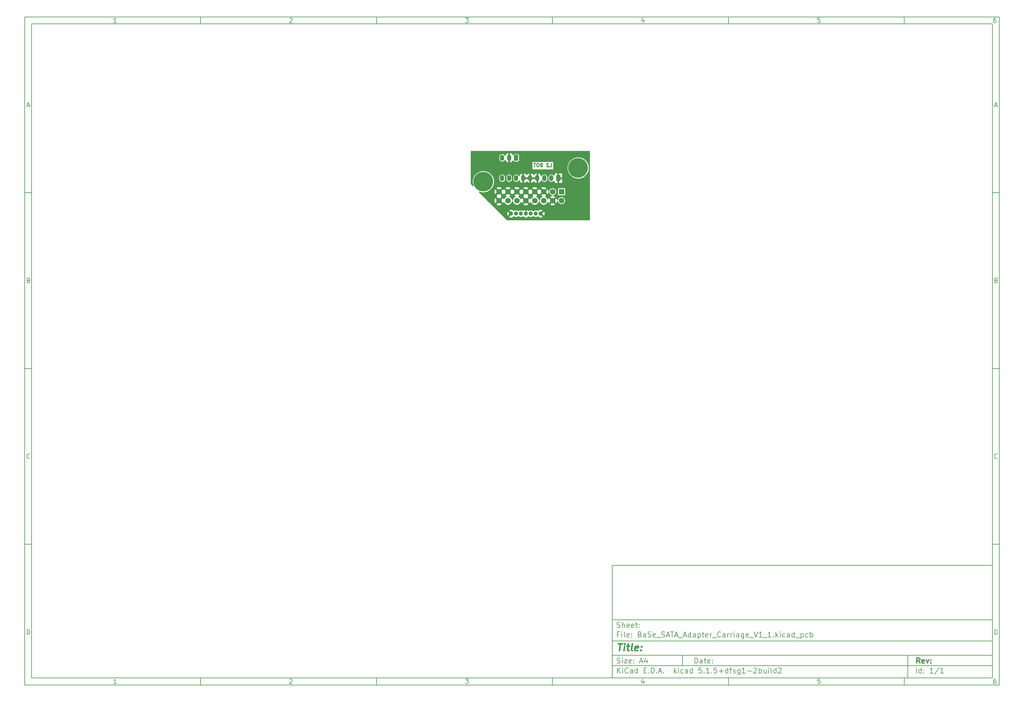
<source format=gbr>
G04 #@! TF.GenerationSoftware,KiCad,Pcbnew,5.1.5+dfsg1-2build2*
G04 #@! TF.CreationDate,2020-07-02T19:51:55+02:00*
G04 #@! TF.ProjectId,BaSe_SATA_Adapter_Carriage_V1_1,42615365-5f53-4415-9441-5f4164617074,rev?*
G04 #@! TF.SameCoordinates,Original*
G04 #@! TF.FileFunction,Copper,L2,Bot*
G04 #@! TF.FilePolarity,Positive*
%FSLAX46Y46*%
G04 Gerber Fmt 4.6, Leading zero omitted, Abs format (unit mm)*
G04 Created by KiCad (PCBNEW 5.1.5+dfsg1-2build2) date 2020-07-02 19:51:55*
%MOMM*%
%LPD*%
G04 APERTURE LIST*
%ADD10C,0.100000*%
%ADD11C,0.150000*%
%ADD12C,0.300000*%
%ADD13C,0.400000*%
%ADD14C,0.250000*%
%ADD15O,1.200000X1.750000*%
%ADD16R,1.600000X1.600000*%
%ADD17C,1.600000*%
%ADD18C,1.200000*%
%ADD19C,5.600000*%
%ADD20C,0.254000*%
G04 APERTURE END LIST*
D10*
D11*
X177002200Y-166007200D02*
X177002200Y-198007200D01*
X285002200Y-198007200D01*
X285002200Y-166007200D01*
X177002200Y-166007200D01*
D10*
D11*
X10000000Y-10000000D02*
X10000000Y-200007200D01*
X287002200Y-200007200D01*
X287002200Y-10000000D01*
X10000000Y-10000000D01*
D10*
D11*
X12000000Y-12000000D02*
X12000000Y-198007200D01*
X285002200Y-198007200D01*
X285002200Y-12000000D01*
X12000000Y-12000000D01*
D10*
D11*
X60000000Y-12000000D02*
X60000000Y-10000000D01*
D10*
D11*
X110000000Y-12000000D02*
X110000000Y-10000000D01*
D10*
D11*
X160000000Y-12000000D02*
X160000000Y-10000000D01*
D10*
D11*
X210000000Y-12000000D02*
X210000000Y-10000000D01*
D10*
D11*
X260000000Y-12000000D02*
X260000000Y-10000000D01*
D10*
D11*
X36065476Y-11588095D02*
X35322619Y-11588095D01*
X35694047Y-11588095D02*
X35694047Y-10288095D01*
X35570238Y-10473809D01*
X35446428Y-10597619D01*
X35322619Y-10659523D01*
D10*
D11*
X85322619Y-10411904D02*
X85384523Y-10350000D01*
X85508333Y-10288095D01*
X85817857Y-10288095D01*
X85941666Y-10350000D01*
X86003571Y-10411904D01*
X86065476Y-10535714D01*
X86065476Y-10659523D01*
X86003571Y-10845238D01*
X85260714Y-11588095D01*
X86065476Y-11588095D01*
D10*
D11*
X135260714Y-10288095D02*
X136065476Y-10288095D01*
X135632142Y-10783333D01*
X135817857Y-10783333D01*
X135941666Y-10845238D01*
X136003571Y-10907142D01*
X136065476Y-11030952D01*
X136065476Y-11340476D01*
X136003571Y-11464285D01*
X135941666Y-11526190D01*
X135817857Y-11588095D01*
X135446428Y-11588095D01*
X135322619Y-11526190D01*
X135260714Y-11464285D01*
D10*
D11*
X185941666Y-10721428D02*
X185941666Y-11588095D01*
X185632142Y-10226190D02*
X185322619Y-11154761D01*
X186127380Y-11154761D01*
D10*
D11*
X236003571Y-10288095D02*
X235384523Y-10288095D01*
X235322619Y-10907142D01*
X235384523Y-10845238D01*
X235508333Y-10783333D01*
X235817857Y-10783333D01*
X235941666Y-10845238D01*
X236003571Y-10907142D01*
X236065476Y-11030952D01*
X236065476Y-11340476D01*
X236003571Y-11464285D01*
X235941666Y-11526190D01*
X235817857Y-11588095D01*
X235508333Y-11588095D01*
X235384523Y-11526190D01*
X235322619Y-11464285D01*
D10*
D11*
X285941666Y-10288095D02*
X285694047Y-10288095D01*
X285570238Y-10350000D01*
X285508333Y-10411904D01*
X285384523Y-10597619D01*
X285322619Y-10845238D01*
X285322619Y-11340476D01*
X285384523Y-11464285D01*
X285446428Y-11526190D01*
X285570238Y-11588095D01*
X285817857Y-11588095D01*
X285941666Y-11526190D01*
X286003571Y-11464285D01*
X286065476Y-11340476D01*
X286065476Y-11030952D01*
X286003571Y-10907142D01*
X285941666Y-10845238D01*
X285817857Y-10783333D01*
X285570238Y-10783333D01*
X285446428Y-10845238D01*
X285384523Y-10907142D01*
X285322619Y-11030952D01*
D10*
D11*
X60000000Y-198007200D02*
X60000000Y-200007200D01*
D10*
D11*
X110000000Y-198007200D02*
X110000000Y-200007200D01*
D10*
D11*
X160000000Y-198007200D02*
X160000000Y-200007200D01*
D10*
D11*
X210000000Y-198007200D02*
X210000000Y-200007200D01*
D10*
D11*
X260000000Y-198007200D02*
X260000000Y-200007200D01*
D10*
D11*
X36065476Y-199595295D02*
X35322619Y-199595295D01*
X35694047Y-199595295D02*
X35694047Y-198295295D01*
X35570238Y-198481009D01*
X35446428Y-198604819D01*
X35322619Y-198666723D01*
D10*
D11*
X85322619Y-198419104D02*
X85384523Y-198357200D01*
X85508333Y-198295295D01*
X85817857Y-198295295D01*
X85941666Y-198357200D01*
X86003571Y-198419104D01*
X86065476Y-198542914D01*
X86065476Y-198666723D01*
X86003571Y-198852438D01*
X85260714Y-199595295D01*
X86065476Y-199595295D01*
D10*
D11*
X135260714Y-198295295D02*
X136065476Y-198295295D01*
X135632142Y-198790533D01*
X135817857Y-198790533D01*
X135941666Y-198852438D01*
X136003571Y-198914342D01*
X136065476Y-199038152D01*
X136065476Y-199347676D01*
X136003571Y-199471485D01*
X135941666Y-199533390D01*
X135817857Y-199595295D01*
X135446428Y-199595295D01*
X135322619Y-199533390D01*
X135260714Y-199471485D01*
D10*
D11*
X185941666Y-198728628D02*
X185941666Y-199595295D01*
X185632142Y-198233390D02*
X185322619Y-199161961D01*
X186127380Y-199161961D01*
D10*
D11*
X236003571Y-198295295D02*
X235384523Y-198295295D01*
X235322619Y-198914342D01*
X235384523Y-198852438D01*
X235508333Y-198790533D01*
X235817857Y-198790533D01*
X235941666Y-198852438D01*
X236003571Y-198914342D01*
X236065476Y-199038152D01*
X236065476Y-199347676D01*
X236003571Y-199471485D01*
X235941666Y-199533390D01*
X235817857Y-199595295D01*
X235508333Y-199595295D01*
X235384523Y-199533390D01*
X235322619Y-199471485D01*
D10*
D11*
X285941666Y-198295295D02*
X285694047Y-198295295D01*
X285570238Y-198357200D01*
X285508333Y-198419104D01*
X285384523Y-198604819D01*
X285322619Y-198852438D01*
X285322619Y-199347676D01*
X285384523Y-199471485D01*
X285446428Y-199533390D01*
X285570238Y-199595295D01*
X285817857Y-199595295D01*
X285941666Y-199533390D01*
X286003571Y-199471485D01*
X286065476Y-199347676D01*
X286065476Y-199038152D01*
X286003571Y-198914342D01*
X285941666Y-198852438D01*
X285817857Y-198790533D01*
X285570238Y-198790533D01*
X285446428Y-198852438D01*
X285384523Y-198914342D01*
X285322619Y-199038152D01*
D10*
D11*
X10000000Y-60000000D02*
X12000000Y-60000000D01*
D10*
D11*
X10000000Y-110000000D02*
X12000000Y-110000000D01*
D10*
D11*
X10000000Y-160000000D02*
X12000000Y-160000000D01*
D10*
D11*
X10690476Y-35216666D02*
X11309523Y-35216666D01*
X10566666Y-35588095D02*
X11000000Y-34288095D01*
X11433333Y-35588095D01*
D10*
D11*
X11092857Y-84907142D02*
X11278571Y-84969047D01*
X11340476Y-85030952D01*
X11402380Y-85154761D01*
X11402380Y-85340476D01*
X11340476Y-85464285D01*
X11278571Y-85526190D01*
X11154761Y-85588095D01*
X10659523Y-85588095D01*
X10659523Y-84288095D01*
X11092857Y-84288095D01*
X11216666Y-84350000D01*
X11278571Y-84411904D01*
X11340476Y-84535714D01*
X11340476Y-84659523D01*
X11278571Y-84783333D01*
X11216666Y-84845238D01*
X11092857Y-84907142D01*
X10659523Y-84907142D01*
D10*
D11*
X11402380Y-135464285D02*
X11340476Y-135526190D01*
X11154761Y-135588095D01*
X11030952Y-135588095D01*
X10845238Y-135526190D01*
X10721428Y-135402380D01*
X10659523Y-135278571D01*
X10597619Y-135030952D01*
X10597619Y-134845238D01*
X10659523Y-134597619D01*
X10721428Y-134473809D01*
X10845238Y-134350000D01*
X11030952Y-134288095D01*
X11154761Y-134288095D01*
X11340476Y-134350000D01*
X11402380Y-134411904D01*
D10*
D11*
X10659523Y-185588095D02*
X10659523Y-184288095D01*
X10969047Y-184288095D01*
X11154761Y-184350000D01*
X11278571Y-184473809D01*
X11340476Y-184597619D01*
X11402380Y-184845238D01*
X11402380Y-185030952D01*
X11340476Y-185278571D01*
X11278571Y-185402380D01*
X11154761Y-185526190D01*
X10969047Y-185588095D01*
X10659523Y-185588095D01*
D10*
D11*
X287002200Y-60000000D02*
X285002200Y-60000000D01*
D10*
D11*
X287002200Y-110000000D02*
X285002200Y-110000000D01*
D10*
D11*
X287002200Y-160000000D02*
X285002200Y-160000000D01*
D10*
D11*
X285692676Y-35216666D02*
X286311723Y-35216666D01*
X285568866Y-35588095D02*
X286002200Y-34288095D01*
X286435533Y-35588095D01*
D10*
D11*
X286095057Y-84907142D02*
X286280771Y-84969047D01*
X286342676Y-85030952D01*
X286404580Y-85154761D01*
X286404580Y-85340476D01*
X286342676Y-85464285D01*
X286280771Y-85526190D01*
X286156961Y-85588095D01*
X285661723Y-85588095D01*
X285661723Y-84288095D01*
X286095057Y-84288095D01*
X286218866Y-84350000D01*
X286280771Y-84411904D01*
X286342676Y-84535714D01*
X286342676Y-84659523D01*
X286280771Y-84783333D01*
X286218866Y-84845238D01*
X286095057Y-84907142D01*
X285661723Y-84907142D01*
D10*
D11*
X286404580Y-135464285D02*
X286342676Y-135526190D01*
X286156961Y-135588095D01*
X286033152Y-135588095D01*
X285847438Y-135526190D01*
X285723628Y-135402380D01*
X285661723Y-135278571D01*
X285599819Y-135030952D01*
X285599819Y-134845238D01*
X285661723Y-134597619D01*
X285723628Y-134473809D01*
X285847438Y-134350000D01*
X286033152Y-134288095D01*
X286156961Y-134288095D01*
X286342676Y-134350000D01*
X286404580Y-134411904D01*
D10*
D11*
X285661723Y-185588095D02*
X285661723Y-184288095D01*
X285971247Y-184288095D01*
X286156961Y-184350000D01*
X286280771Y-184473809D01*
X286342676Y-184597619D01*
X286404580Y-184845238D01*
X286404580Y-185030952D01*
X286342676Y-185278571D01*
X286280771Y-185402380D01*
X286156961Y-185526190D01*
X285971247Y-185588095D01*
X285661723Y-185588095D01*
D10*
D11*
X200434342Y-193785771D02*
X200434342Y-192285771D01*
X200791485Y-192285771D01*
X201005771Y-192357200D01*
X201148628Y-192500057D01*
X201220057Y-192642914D01*
X201291485Y-192928628D01*
X201291485Y-193142914D01*
X201220057Y-193428628D01*
X201148628Y-193571485D01*
X201005771Y-193714342D01*
X200791485Y-193785771D01*
X200434342Y-193785771D01*
X202577200Y-193785771D02*
X202577200Y-193000057D01*
X202505771Y-192857200D01*
X202362914Y-192785771D01*
X202077200Y-192785771D01*
X201934342Y-192857200D01*
X202577200Y-193714342D02*
X202434342Y-193785771D01*
X202077200Y-193785771D01*
X201934342Y-193714342D01*
X201862914Y-193571485D01*
X201862914Y-193428628D01*
X201934342Y-193285771D01*
X202077200Y-193214342D01*
X202434342Y-193214342D01*
X202577200Y-193142914D01*
X203077200Y-192785771D02*
X203648628Y-192785771D01*
X203291485Y-192285771D02*
X203291485Y-193571485D01*
X203362914Y-193714342D01*
X203505771Y-193785771D01*
X203648628Y-193785771D01*
X204720057Y-193714342D02*
X204577200Y-193785771D01*
X204291485Y-193785771D01*
X204148628Y-193714342D01*
X204077200Y-193571485D01*
X204077200Y-193000057D01*
X204148628Y-192857200D01*
X204291485Y-192785771D01*
X204577200Y-192785771D01*
X204720057Y-192857200D01*
X204791485Y-193000057D01*
X204791485Y-193142914D01*
X204077200Y-193285771D01*
X205434342Y-193642914D02*
X205505771Y-193714342D01*
X205434342Y-193785771D01*
X205362914Y-193714342D01*
X205434342Y-193642914D01*
X205434342Y-193785771D01*
X205434342Y-192857200D02*
X205505771Y-192928628D01*
X205434342Y-193000057D01*
X205362914Y-192928628D01*
X205434342Y-192857200D01*
X205434342Y-193000057D01*
D10*
D11*
X177002200Y-194507200D02*
X285002200Y-194507200D01*
D10*
D11*
X178434342Y-196585771D02*
X178434342Y-195085771D01*
X179291485Y-196585771D02*
X178648628Y-195728628D01*
X179291485Y-195085771D02*
X178434342Y-195942914D01*
X179934342Y-196585771D02*
X179934342Y-195585771D01*
X179934342Y-195085771D02*
X179862914Y-195157200D01*
X179934342Y-195228628D01*
X180005771Y-195157200D01*
X179934342Y-195085771D01*
X179934342Y-195228628D01*
X181505771Y-196442914D02*
X181434342Y-196514342D01*
X181220057Y-196585771D01*
X181077200Y-196585771D01*
X180862914Y-196514342D01*
X180720057Y-196371485D01*
X180648628Y-196228628D01*
X180577200Y-195942914D01*
X180577200Y-195728628D01*
X180648628Y-195442914D01*
X180720057Y-195300057D01*
X180862914Y-195157200D01*
X181077200Y-195085771D01*
X181220057Y-195085771D01*
X181434342Y-195157200D01*
X181505771Y-195228628D01*
X182791485Y-196585771D02*
X182791485Y-195800057D01*
X182720057Y-195657200D01*
X182577200Y-195585771D01*
X182291485Y-195585771D01*
X182148628Y-195657200D01*
X182791485Y-196514342D02*
X182648628Y-196585771D01*
X182291485Y-196585771D01*
X182148628Y-196514342D01*
X182077200Y-196371485D01*
X182077200Y-196228628D01*
X182148628Y-196085771D01*
X182291485Y-196014342D01*
X182648628Y-196014342D01*
X182791485Y-195942914D01*
X184148628Y-196585771D02*
X184148628Y-195085771D01*
X184148628Y-196514342D02*
X184005771Y-196585771D01*
X183720057Y-196585771D01*
X183577200Y-196514342D01*
X183505771Y-196442914D01*
X183434342Y-196300057D01*
X183434342Y-195871485D01*
X183505771Y-195728628D01*
X183577200Y-195657200D01*
X183720057Y-195585771D01*
X184005771Y-195585771D01*
X184148628Y-195657200D01*
X186005771Y-195800057D02*
X186505771Y-195800057D01*
X186720057Y-196585771D02*
X186005771Y-196585771D01*
X186005771Y-195085771D01*
X186720057Y-195085771D01*
X187362914Y-196442914D02*
X187434342Y-196514342D01*
X187362914Y-196585771D01*
X187291485Y-196514342D01*
X187362914Y-196442914D01*
X187362914Y-196585771D01*
X188077200Y-196585771D02*
X188077200Y-195085771D01*
X188434342Y-195085771D01*
X188648628Y-195157200D01*
X188791485Y-195300057D01*
X188862914Y-195442914D01*
X188934342Y-195728628D01*
X188934342Y-195942914D01*
X188862914Y-196228628D01*
X188791485Y-196371485D01*
X188648628Y-196514342D01*
X188434342Y-196585771D01*
X188077200Y-196585771D01*
X189577200Y-196442914D02*
X189648628Y-196514342D01*
X189577200Y-196585771D01*
X189505771Y-196514342D01*
X189577200Y-196442914D01*
X189577200Y-196585771D01*
X190220057Y-196157200D02*
X190934342Y-196157200D01*
X190077200Y-196585771D02*
X190577200Y-195085771D01*
X191077200Y-196585771D01*
X191577200Y-196442914D02*
X191648628Y-196514342D01*
X191577200Y-196585771D01*
X191505771Y-196514342D01*
X191577200Y-196442914D01*
X191577200Y-196585771D01*
X194577200Y-196585771D02*
X194577200Y-195085771D01*
X194720057Y-196014342D02*
X195148628Y-196585771D01*
X195148628Y-195585771D02*
X194577200Y-196157200D01*
X195791485Y-196585771D02*
X195791485Y-195585771D01*
X195791485Y-195085771D02*
X195720057Y-195157200D01*
X195791485Y-195228628D01*
X195862914Y-195157200D01*
X195791485Y-195085771D01*
X195791485Y-195228628D01*
X197148628Y-196514342D02*
X197005771Y-196585771D01*
X196720057Y-196585771D01*
X196577200Y-196514342D01*
X196505771Y-196442914D01*
X196434342Y-196300057D01*
X196434342Y-195871485D01*
X196505771Y-195728628D01*
X196577200Y-195657200D01*
X196720057Y-195585771D01*
X197005771Y-195585771D01*
X197148628Y-195657200D01*
X198434342Y-196585771D02*
X198434342Y-195800057D01*
X198362914Y-195657200D01*
X198220057Y-195585771D01*
X197934342Y-195585771D01*
X197791485Y-195657200D01*
X198434342Y-196514342D02*
X198291485Y-196585771D01*
X197934342Y-196585771D01*
X197791485Y-196514342D01*
X197720057Y-196371485D01*
X197720057Y-196228628D01*
X197791485Y-196085771D01*
X197934342Y-196014342D01*
X198291485Y-196014342D01*
X198434342Y-195942914D01*
X199791485Y-196585771D02*
X199791485Y-195085771D01*
X199791485Y-196514342D02*
X199648628Y-196585771D01*
X199362914Y-196585771D01*
X199220057Y-196514342D01*
X199148628Y-196442914D01*
X199077200Y-196300057D01*
X199077200Y-195871485D01*
X199148628Y-195728628D01*
X199220057Y-195657200D01*
X199362914Y-195585771D01*
X199648628Y-195585771D01*
X199791485Y-195657200D01*
X202362914Y-195085771D02*
X201648628Y-195085771D01*
X201577200Y-195800057D01*
X201648628Y-195728628D01*
X201791485Y-195657200D01*
X202148628Y-195657200D01*
X202291485Y-195728628D01*
X202362914Y-195800057D01*
X202434342Y-195942914D01*
X202434342Y-196300057D01*
X202362914Y-196442914D01*
X202291485Y-196514342D01*
X202148628Y-196585771D01*
X201791485Y-196585771D01*
X201648628Y-196514342D01*
X201577200Y-196442914D01*
X203077200Y-196442914D02*
X203148628Y-196514342D01*
X203077200Y-196585771D01*
X203005771Y-196514342D01*
X203077200Y-196442914D01*
X203077200Y-196585771D01*
X204577200Y-196585771D02*
X203720057Y-196585771D01*
X204148628Y-196585771D02*
X204148628Y-195085771D01*
X204005771Y-195300057D01*
X203862914Y-195442914D01*
X203720057Y-195514342D01*
X205220057Y-196442914D02*
X205291485Y-196514342D01*
X205220057Y-196585771D01*
X205148628Y-196514342D01*
X205220057Y-196442914D01*
X205220057Y-196585771D01*
X206648628Y-195085771D02*
X205934342Y-195085771D01*
X205862914Y-195800057D01*
X205934342Y-195728628D01*
X206077200Y-195657200D01*
X206434342Y-195657200D01*
X206577200Y-195728628D01*
X206648628Y-195800057D01*
X206720057Y-195942914D01*
X206720057Y-196300057D01*
X206648628Y-196442914D01*
X206577200Y-196514342D01*
X206434342Y-196585771D01*
X206077200Y-196585771D01*
X205934342Y-196514342D01*
X205862914Y-196442914D01*
X207362914Y-196014342D02*
X208505771Y-196014342D01*
X207934342Y-196585771D02*
X207934342Y-195442914D01*
X209862914Y-196585771D02*
X209862914Y-195085771D01*
X209862914Y-196514342D02*
X209720057Y-196585771D01*
X209434342Y-196585771D01*
X209291485Y-196514342D01*
X209220057Y-196442914D01*
X209148628Y-196300057D01*
X209148628Y-195871485D01*
X209220057Y-195728628D01*
X209291485Y-195657200D01*
X209434342Y-195585771D01*
X209720057Y-195585771D01*
X209862914Y-195657200D01*
X210362914Y-195585771D02*
X210934342Y-195585771D01*
X210577200Y-196585771D02*
X210577200Y-195300057D01*
X210648628Y-195157200D01*
X210791485Y-195085771D01*
X210934342Y-195085771D01*
X211362914Y-196514342D02*
X211505771Y-196585771D01*
X211791485Y-196585771D01*
X211934342Y-196514342D01*
X212005771Y-196371485D01*
X212005771Y-196300057D01*
X211934342Y-196157200D01*
X211791485Y-196085771D01*
X211577200Y-196085771D01*
X211434342Y-196014342D01*
X211362914Y-195871485D01*
X211362914Y-195800057D01*
X211434342Y-195657200D01*
X211577200Y-195585771D01*
X211791485Y-195585771D01*
X211934342Y-195657200D01*
X213291485Y-195585771D02*
X213291485Y-196800057D01*
X213220057Y-196942914D01*
X213148628Y-197014342D01*
X213005771Y-197085771D01*
X212791485Y-197085771D01*
X212648628Y-197014342D01*
X213291485Y-196514342D02*
X213148628Y-196585771D01*
X212862914Y-196585771D01*
X212720057Y-196514342D01*
X212648628Y-196442914D01*
X212577200Y-196300057D01*
X212577200Y-195871485D01*
X212648628Y-195728628D01*
X212720057Y-195657200D01*
X212862914Y-195585771D01*
X213148628Y-195585771D01*
X213291485Y-195657200D01*
X214791485Y-196585771D02*
X213934342Y-196585771D01*
X214362914Y-196585771D02*
X214362914Y-195085771D01*
X214220057Y-195300057D01*
X214077200Y-195442914D01*
X213934342Y-195514342D01*
X215434342Y-196014342D02*
X216577200Y-196014342D01*
X217220057Y-195228628D02*
X217291485Y-195157200D01*
X217434342Y-195085771D01*
X217791485Y-195085771D01*
X217934342Y-195157200D01*
X218005771Y-195228628D01*
X218077200Y-195371485D01*
X218077200Y-195514342D01*
X218005771Y-195728628D01*
X217148628Y-196585771D01*
X218077200Y-196585771D01*
X218720057Y-196585771D02*
X218720057Y-195085771D01*
X218720057Y-195657200D02*
X218862914Y-195585771D01*
X219148628Y-195585771D01*
X219291485Y-195657200D01*
X219362914Y-195728628D01*
X219434342Y-195871485D01*
X219434342Y-196300057D01*
X219362914Y-196442914D01*
X219291485Y-196514342D01*
X219148628Y-196585771D01*
X218862914Y-196585771D01*
X218720057Y-196514342D01*
X220720057Y-195585771D02*
X220720057Y-196585771D01*
X220077200Y-195585771D02*
X220077200Y-196371485D01*
X220148628Y-196514342D01*
X220291485Y-196585771D01*
X220505771Y-196585771D01*
X220648628Y-196514342D01*
X220720057Y-196442914D01*
X221434342Y-196585771D02*
X221434342Y-195585771D01*
X221434342Y-195085771D02*
X221362914Y-195157200D01*
X221434342Y-195228628D01*
X221505771Y-195157200D01*
X221434342Y-195085771D01*
X221434342Y-195228628D01*
X222362914Y-196585771D02*
X222220057Y-196514342D01*
X222148628Y-196371485D01*
X222148628Y-195085771D01*
X223577200Y-196585771D02*
X223577200Y-195085771D01*
X223577200Y-196514342D02*
X223434342Y-196585771D01*
X223148628Y-196585771D01*
X223005771Y-196514342D01*
X222934342Y-196442914D01*
X222862914Y-196300057D01*
X222862914Y-195871485D01*
X222934342Y-195728628D01*
X223005771Y-195657200D01*
X223148628Y-195585771D01*
X223434342Y-195585771D01*
X223577200Y-195657200D01*
X224220057Y-195228628D02*
X224291485Y-195157200D01*
X224434342Y-195085771D01*
X224791485Y-195085771D01*
X224934342Y-195157200D01*
X225005771Y-195228628D01*
X225077200Y-195371485D01*
X225077200Y-195514342D01*
X225005771Y-195728628D01*
X224148628Y-196585771D01*
X225077200Y-196585771D01*
D10*
D11*
X177002200Y-191507200D02*
X285002200Y-191507200D01*
D10*
D12*
X264411485Y-193785771D02*
X263911485Y-193071485D01*
X263554342Y-193785771D02*
X263554342Y-192285771D01*
X264125771Y-192285771D01*
X264268628Y-192357200D01*
X264340057Y-192428628D01*
X264411485Y-192571485D01*
X264411485Y-192785771D01*
X264340057Y-192928628D01*
X264268628Y-193000057D01*
X264125771Y-193071485D01*
X263554342Y-193071485D01*
X265625771Y-193714342D02*
X265482914Y-193785771D01*
X265197200Y-193785771D01*
X265054342Y-193714342D01*
X264982914Y-193571485D01*
X264982914Y-193000057D01*
X265054342Y-192857200D01*
X265197200Y-192785771D01*
X265482914Y-192785771D01*
X265625771Y-192857200D01*
X265697200Y-193000057D01*
X265697200Y-193142914D01*
X264982914Y-193285771D01*
X266197200Y-192785771D02*
X266554342Y-193785771D01*
X266911485Y-192785771D01*
X267482914Y-193642914D02*
X267554342Y-193714342D01*
X267482914Y-193785771D01*
X267411485Y-193714342D01*
X267482914Y-193642914D01*
X267482914Y-193785771D01*
X267482914Y-192857200D02*
X267554342Y-192928628D01*
X267482914Y-193000057D01*
X267411485Y-192928628D01*
X267482914Y-192857200D01*
X267482914Y-193000057D01*
D10*
D11*
X178362914Y-193714342D02*
X178577200Y-193785771D01*
X178934342Y-193785771D01*
X179077200Y-193714342D01*
X179148628Y-193642914D01*
X179220057Y-193500057D01*
X179220057Y-193357200D01*
X179148628Y-193214342D01*
X179077200Y-193142914D01*
X178934342Y-193071485D01*
X178648628Y-193000057D01*
X178505771Y-192928628D01*
X178434342Y-192857200D01*
X178362914Y-192714342D01*
X178362914Y-192571485D01*
X178434342Y-192428628D01*
X178505771Y-192357200D01*
X178648628Y-192285771D01*
X179005771Y-192285771D01*
X179220057Y-192357200D01*
X179862914Y-193785771D02*
X179862914Y-192785771D01*
X179862914Y-192285771D02*
X179791485Y-192357200D01*
X179862914Y-192428628D01*
X179934342Y-192357200D01*
X179862914Y-192285771D01*
X179862914Y-192428628D01*
X180434342Y-192785771D02*
X181220057Y-192785771D01*
X180434342Y-193785771D01*
X181220057Y-193785771D01*
X182362914Y-193714342D02*
X182220057Y-193785771D01*
X181934342Y-193785771D01*
X181791485Y-193714342D01*
X181720057Y-193571485D01*
X181720057Y-193000057D01*
X181791485Y-192857200D01*
X181934342Y-192785771D01*
X182220057Y-192785771D01*
X182362914Y-192857200D01*
X182434342Y-193000057D01*
X182434342Y-193142914D01*
X181720057Y-193285771D01*
X183077200Y-193642914D02*
X183148628Y-193714342D01*
X183077200Y-193785771D01*
X183005771Y-193714342D01*
X183077200Y-193642914D01*
X183077200Y-193785771D01*
X183077200Y-192857200D02*
X183148628Y-192928628D01*
X183077200Y-193000057D01*
X183005771Y-192928628D01*
X183077200Y-192857200D01*
X183077200Y-193000057D01*
X184862914Y-193357200D02*
X185577200Y-193357200D01*
X184720057Y-193785771D02*
X185220057Y-192285771D01*
X185720057Y-193785771D01*
X186862914Y-192785771D02*
X186862914Y-193785771D01*
X186505771Y-192214342D02*
X186148628Y-193285771D01*
X187077200Y-193285771D01*
D10*
D11*
X263434342Y-196585771D02*
X263434342Y-195085771D01*
X264791485Y-196585771D02*
X264791485Y-195085771D01*
X264791485Y-196514342D02*
X264648628Y-196585771D01*
X264362914Y-196585771D01*
X264220057Y-196514342D01*
X264148628Y-196442914D01*
X264077200Y-196300057D01*
X264077200Y-195871485D01*
X264148628Y-195728628D01*
X264220057Y-195657200D01*
X264362914Y-195585771D01*
X264648628Y-195585771D01*
X264791485Y-195657200D01*
X265505771Y-196442914D02*
X265577200Y-196514342D01*
X265505771Y-196585771D01*
X265434342Y-196514342D01*
X265505771Y-196442914D01*
X265505771Y-196585771D01*
X265505771Y-195657200D02*
X265577200Y-195728628D01*
X265505771Y-195800057D01*
X265434342Y-195728628D01*
X265505771Y-195657200D01*
X265505771Y-195800057D01*
X268148628Y-196585771D02*
X267291485Y-196585771D01*
X267720057Y-196585771D02*
X267720057Y-195085771D01*
X267577200Y-195300057D01*
X267434342Y-195442914D01*
X267291485Y-195514342D01*
X269862914Y-195014342D02*
X268577200Y-196942914D01*
X271148628Y-196585771D02*
X270291485Y-196585771D01*
X270720057Y-196585771D02*
X270720057Y-195085771D01*
X270577200Y-195300057D01*
X270434342Y-195442914D01*
X270291485Y-195514342D01*
D10*
D11*
X177002200Y-187507200D02*
X285002200Y-187507200D01*
D10*
D13*
X178714580Y-188211961D02*
X179857438Y-188211961D01*
X179036009Y-190211961D02*
X179286009Y-188211961D01*
X180274104Y-190211961D02*
X180440771Y-188878628D01*
X180524104Y-188211961D02*
X180416961Y-188307200D01*
X180500295Y-188402438D01*
X180607438Y-188307200D01*
X180524104Y-188211961D01*
X180500295Y-188402438D01*
X181107438Y-188878628D02*
X181869342Y-188878628D01*
X181476485Y-188211961D02*
X181262200Y-189926247D01*
X181333628Y-190116723D01*
X181512200Y-190211961D01*
X181702676Y-190211961D01*
X182655057Y-190211961D02*
X182476485Y-190116723D01*
X182405057Y-189926247D01*
X182619342Y-188211961D01*
X184190771Y-190116723D02*
X183988390Y-190211961D01*
X183607438Y-190211961D01*
X183428866Y-190116723D01*
X183357438Y-189926247D01*
X183452676Y-189164342D01*
X183571723Y-188973866D01*
X183774104Y-188878628D01*
X184155057Y-188878628D01*
X184333628Y-188973866D01*
X184405057Y-189164342D01*
X184381247Y-189354819D01*
X183405057Y-189545295D01*
X185155057Y-190021485D02*
X185238390Y-190116723D01*
X185131247Y-190211961D01*
X185047914Y-190116723D01*
X185155057Y-190021485D01*
X185131247Y-190211961D01*
X185286009Y-188973866D02*
X185369342Y-189069104D01*
X185262200Y-189164342D01*
X185178866Y-189069104D01*
X185286009Y-188973866D01*
X185262200Y-189164342D01*
D10*
D11*
X178934342Y-185600057D02*
X178434342Y-185600057D01*
X178434342Y-186385771D02*
X178434342Y-184885771D01*
X179148628Y-184885771D01*
X179720057Y-186385771D02*
X179720057Y-185385771D01*
X179720057Y-184885771D02*
X179648628Y-184957200D01*
X179720057Y-185028628D01*
X179791485Y-184957200D01*
X179720057Y-184885771D01*
X179720057Y-185028628D01*
X180648628Y-186385771D02*
X180505771Y-186314342D01*
X180434342Y-186171485D01*
X180434342Y-184885771D01*
X181791485Y-186314342D02*
X181648628Y-186385771D01*
X181362914Y-186385771D01*
X181220057Y-186314342D01*
X181148628Y-186171485D01*
X181148628Y-185600057D01*
X181220057Y-185457200D01*
X181362914Y-185385771D01*
X181648628Y-185385771D01*
X181791485Y-185457200D01*
X181862914Y-185600057D01*
X181862914Y-185742914D01*
X181148628Y-185885771D01*
X182505771Y-186242914D02*
X182577200Y-186314342D01*
X182505771Y-186385771D01*
X182434342Y-186314342D01*
X182505771Y-186242914D01*
X182505771Y-186385771D01*
X182505771Y-185457200D02*
X182577200Y-185528628D01*
X182505771Y-185600057D01*
X182434342Y-185528628D01*
X182505771Y-185457200D01*
X182505771Y-185600057D01*
X184862914Y-185600057D02*
X185077200Y-185671485D01*
X185148628Y-185742914D01*
X185220057Y-185885771D01*
X185220057Y-186100057D01*
X185148628Y-186242914D01*
X185077200Y-186314342D01*
X184934342Y-186385771D01*
X184362914Y-186385771D01*
X184362914Y-184885771D01*
X184862914Y-184885771D01*
X185005771Y-184957200D01*
X185077200Y-185028628D01*
X185148628Y-185171485D01*
X185148628Y-185314342D01*
X185077200Y-185457200D01*
X185005771Y-185528628D01*
X184862914Y-185600057D01*
X184362914Y-185600057D01*
X186505771Y-186385771D02*
X186505771Y-185600057D01*
X186434342Y-185457200D01*
X186291485Y-185385771D01*
X186005771Y-185385771D01*
X185862914Y-185457200D01*
X186505771Y-186314342D02*
X186362914Y-186385771D01*
X186005771Y-186385771D01*
X185862914Y-186314342D01*
X185791485Y-186171485D01*
X185791485Y-186028628D01*
X185862914Y-185885771D01*
X186005771Y-185814342D01*
X186362914Y-185814342D01*
X186505771Y-185742914D01*
X187148628Y-186314342D02*
X187362914Y-186385771D01*
X187720057Y-186385771D01*
X187862914Y-186314342D01*
X187934342Y-186242914D01*
X188005771Y-186100057D01*
X188005771Y-185957200D01*
X187934342Y-185814342D01*
X187862914Y-185742914D01*
X187720057Y-185671485D01*
X187434342Y-185600057D01*
X187291485Y-185528628D01*
X187220057Y-185457200D01*
X187148628Y-185314342D01*
X187148628Y-185171485D01*
X187220057Y-185028628D01*
X187291485Y-184957200D01*
X187434342Y-184885771D01*
X187791485Y-184885771D01*
X188005771Y-184957200D01*
X189220057Y-186314342D02*
X189077200Y-186385771D01*
X188791485Y-186385771D01*
X188648628Y-186314342D01*
X188577200Y-186171485D01*
X188577200Y-185600057D01*
X188648628Y-185457200D01*
X188791485Y-185385771D01*
X189077200Y-185385771D01*
X189220057Y-185457200D01*
X189291485Y-185600057D01*
X189291485Y-185742914D01*
X188577200Y-185885771D01*
X189577200Y-186528628D02*
X190720057Y-186528628D01*
X191005771Y-186314342D02*
X191220057Y-186385771D01*
X191577200Y-186385771D01*
X191720057Y-186314342D01*
X191791485Y-186242914D01*
X191862914Y-186100057D01*
X191862914Y-185957200D01*
X191791485Y-185814342D01*
X191720057Y-185742914D01*
X191577200Y-185671485D01*
X191291485Y-185600057D01*
X191148628Y-185528628D01*
X191077200Y-185457200D01*
X191005771Y-185314342D01*
X191005771Y-185171485D01*
X191077200Y-185028628D01*
X191148628Y-184957200D01*
X191291485Y-184885771D01*
X191648628Y-184885771D01*
X191862914Y-184957200D01*
X192434342Y-185957200D02*
X193148628Y-185957200D01*
X192291485Y-186385771D02*
X192791485Y-184885771D01*
X193291485Y-186385771D01*
X193577200Y-184885771D02*
X194434342Y-184885771D01*
X194005771Y-186385771D02*
X194005771Y-184885771D01*
X194862914Y-185957200D02*
X195577200Y-185957200D01*
X194720057Y-186385771D02*
X195220057Y-184885771D01*
X195720057Y-186385771D01*
X195862914Y-186528628D02*
X197005771Y-186528628D01*
X197291485Y-185957200D02*
X198005771Y-185957200D01*
X197148628Y-186385771D02*
X197648628Y-184885771D01*
X198148628Y-186385771D01*
X199291485Y-186385771D02*
X199291485Y-184885771D01*
X199291485Y-186314342D02*
X199148628Y-186385771D01*
X198862914Y-186385771D01*
X198720057Y-186314342D01*
X198648628Y-186242914D01*
X198577200Y-186100057D01*
X198577200Y-185671485D01*
X198648628Y-185528628D01*
X198720057Y-185457200D01*
X198862914Y-185385771D01*
X199148628Y-185385771D01*
X199291485Y-185457200D01*
X200648628Y-186385771D02*
X200648628Y-185600057D01*
X200577200Y-185457200D01*
X200434342Y-185385771D01*
X200148628Y-185385771D01*
X200005771Y-185457200D01*
X200648628Y-186314342D02*
X200505771Y-186385771D01*
X200148628Y-186385771D01*
X200005771Y-186314342D01*
X199934342Y-186171485D01*
X199934342Y-186028628D01*
X200005771Y-185885771D01*
X200148628Y-185814342D01*
X200505771Y-185814342D01*
X200648628Y-185742914D01*
X201362914Y-185385771D02*
X201362914Y-186885771D01*
X201362914Y-185457200D02*
X201505771Y-185385771D01*
X201791485Y-185385771D01*
X201934342Y-185457200D01*
X202005771Y-185528628D01*
X202077200Y-185671485D01*
X202077200Y-186100057D01*
X202005771Y-186242914D01*
X201934342Y-186314342D01*
X201791485Y-186385771D01*
X201505771Y-186385771D01*
X201362914Y-186314342D01*
X202505771Y-185385771D02*
X203077200Y-185385771D01*
X202720057Y-184885771D02*
X202720057Y-186171485D01*
X202791485Y-186314342D01*
X202934342Y-186385771D01*
X203077200Y-186385771D01*
X204148628Y-186314342D02*
X204005771Y-186385771D01*
X203720057Y-186385771D01*
X203577200Y-186314342D01*
X203505771Y-186171485D01*
X203505771Y-185600057D01*
X203577200Y-185457200D01*
X203720057Y-185385771D01*
X204005771Y-185385771D01*
X204148628Y-185457200D01*
X204220057Y-185600057D01*
X204220057Y-185742914D01*
X203505771Y-185885771D01*
X204862914Y-186385771D02*
X204862914Y-185385771D01*
X204862914Y-185671485D02*
X204934342Y-185528628D01*
X205005771Y-185457200D01*
X205148628Y-185385771D01*
X205291485Y-185385771D01*
X205434342Y-186528628D02*
X206577200Y-186528628D01*
X207791485Y-186242914D02*
X207720057Y-186314342D01*
X207505771Y-186385771D01*
X207362914Y-186385771D01*
X207148628Y-186314342D01*
X207005771Y-186171485D01*
X206934342Y-186028628D01*
X206862914Y-185742914D01*
X206862914Y-185528628D01*
X206934342Y-185242914D01*
X207005771Y-185100057D01*
X207148628Y-184957200D01*
X207362914Y-184885771D01*
X207505771Y-184885771D01*
X207720057Y-184957200D01*
X207791485Y-185028628D01*
X209077200Y-186385771D02*
X209077200Y-185600057D01*
X209005771Y-185457200D01*
X208862914Y-185385771D01*
X208577200Y-185385771D01*
X208434342Y-185457200D01*
X209077200Y-186314342D02*
X208934342Y-186385771D01*
X208577200Y-186385771D01*
X208434342Y-186314342D01*
X208362914Y-186171485D01*
X208362914Y-186028628D01*
X208434342Y-185885771D01*
X208577200Y-185814342D01*
X208934342Y-185814342D01*
X209077200Y-185742914D01*
X209791485Y-186385771D02*
X209791485Y-185385771D01*
X209791485Y-185671485D02*
X209862914Y-185528628D01*
X209934342Y-185457200D01*
X210077200Y-185385771D01*
X210220057Y-185385771D01*
X210720057Y-186385771D02*
X210720057Y-185385771D01*
X210720057Y-185671485D02*
X210791485Y-185528628D01*
X210862914Y-185457200D01*
X211005771Y-185385771D01*
X211148628Y-185385771D01*
X211648628Y-186385771D02*
X211648628Y-185385771D01*
X211648628Y-184885771D02*
X211577200Y-184957200D01*
X211648628Y-185028628D01*
X211720057Y-184957200D01*
X211648628Y-184885771D01*
X211648628Y-185028628D01*
X213005771Y-186385771D02*
X213005771Y-185600057D01*
X212934342Y-185457200D01*
X212791485Y-185385771D01*
X212505771Y-185385771D01*
X212362914Y-185457200D01*
X213005771Y-186314342D02*
X212862914Y-186385771D01*
X212505771Y-186385771D01*
X212362914Y-186314342D01*
X212291485Y-186171485D01*
X212291485Y-186028628D01*
X212362914Y-185885771D01*
X212505771Y-185814342D01*
X212862914Y-185814342D01*
X213005771Y-185742914D01*
X214362914Y-185385771D02*
X214362914Y-186600057D01*
X214291485Y-186742914D01*
X214220057Y-186814342D01*
X214077200Y-186885771D01*
X213862914Y-186885771D01*
X213720057Y-186814342D01*
X214362914Y-186314342D02*
X214220057Y-186385771D01*
X213934342Y-186385771D01*
X213791485Y-186314342D01*
X213720057Y-186242914D01*
X213648628Y-186100057D01*
X213648628Y-185671485D01*
X213720057Y-185528628D01*
X213791485Y-185457200D01*
X213934342Y-185385771D01*
X214220057Y-185385771D01*
X214362914Y-185457200D01*
X215648628Y-186314342D02*
X215505771Y-186385771D01*
X215220057Y-186385771D01*
X215077200Y-186314342D01*
X215005771Y-186171485D01*
X215005771Y-185600057D01*
X215077200Y-185457200D01*
X215220057Y-185385771D01*
X215505771Y-185385771D01*
X215648628Y-185457200D01*
X215720057Y-185600057D01*
X215720057Y-185742914D01*
X215005771Y-185885771D01*
X216005771Y-186528628D02*
X217148628Y-186528628D01*
X217291485Y-184885771D02*
X217791485Y-186385771D01*
X218291485Y-184885771D01*
X219577200Y-186385771D02*
X218720057Y-186385771D01*
X219148628Y-186385771D02*
X219148628Y-184885771D01*
X219005771Y-185100057D01*
X218862914Y-185242914D01*
X218720057Y-185314342D01*
X219862914Y-186528628D02*
X221005771Y-186528628D01*
X222148628Y-186385771D02*
X221291485Y-186385771D01*
X221720057Y-186385771D02*
X221720057Y-184885771D01*
X221577200Y-185100057D01*
X221434342Y-185242914D01*
X221291485Y-185314342D01*
X222791485Y-186242914D02*
X222862914Y-186314342D01*
X222791485Y-186385771D01*
X222720057Y-186314342D01*
X222791485Y-186242914D01*
X222791485Y-186385771D01*
X223505771Y-186385771D02*
X223505771Y-184885771D01*
X223648628Y-185814342D02*
X224077200Y-186385771D01*
X224077200Y-185385771D02*
X223505771Y-185957200D01*
X224720057Y-186385771D02*
X224720057Y-185385771D01*
X224720057Y-184885771D02*
X224648628Y-184957200D01*
X224720057Y-185028628D01*
X224791485Y-184957200D01*
X224720057Y-184885771D01*
X224720057Y-185028628D01*
X226077200Y-186314342D02*
X225934342Y-186385771D01*
X225648628Y-186385771D01*
X225505771Y-186314342D01*
X225434342Y-186242914D01*
X225362914Y-186100057D01*
X225362914Y-185671485D01*
X225434342Y-185528628D01*
X225505771Y-185457200D01*
X225648628Y-185385771D01*
X225934342Y-185385771D01*
X226077200Y-185457200D01*
X227362914Y-186385771D02*
X227362914Y-185600057D01*
X227291485Y-185457200D01*
X227148628Y-185385771D01*
X226862914Y-185385771D01*
X226720057Y-185457200D01*
X227362914Y-186314342D02*
X227220057Y-186385771D01*
X226862914Y-186385771D01*
X226720057Y-186314342D01*
X226648628Y-186171485D01*
X226648628Y-186028628D01*
X226720057Y-185885771D01*
X226862914Y-185814342D01*
X227220057Y-185814342D01*
X227362914Y-185742914D01*
X228720057Y-186385771D02*
X228720057Y-184885771D01*
X228720057Y-186314342D02*
X228577200Y-186385771D01*
X228291485Y-186385771D01*
X228148628Y-186314342D01*
X228077200Y-186242914D01*
X228005771Y-186100057D01*
X228005771Y-185671485D01*
X228077200Y-185528628D01*
X228148628Y-185457200D01*
X228291485Y-185385771D01*
X228577200Y-185385771D01*
X228720057Y-185457200D01*
X229077200Y-186528628D02*
X230220057Y-186528628D01*
X230577200Y-185385771D02*
X230577200Y-186885771D01*
X230577200Y-185457200D02*
X230720057Y-185385771D01*
X231005771Y-185385771D01*
X231148628Y-185457200D01*
X231220057Y-185528628D01*
X231291485Y-185671485D01*
X231291485Y-186100057D01*
X231220057Y-186242914D01*
X231148628Y-186314342D01*
X231005771Y-186385771D01*
X230720057Y-186385771D01*
X230577200Y-186314342D01*
X232577200Y-186314342D02*
X232434342Y-186385771D01*
X232148628Y-186385771D01*
X232005771Y-186314342D01*
X231934342Y-186242914D01*
X231862914Y-186100057D01*
X231862914Y-185671485D01*
X231934342Y-185528628D01*
X232005771Y-185457200D01*
X232148628Y-185385771D01*
X232434342Y-185385771D01*
X232577200Y-185457200D01*
X233220057Y-186385771D02*
X233220057Y-184885771D01*
X233220057Y-185457200D02*
X233362914Y-185385771D01*
X233648628Y-185385771D01*
X233791485Y-185457200D01*
X233862914Y-185528628D01*
X233934342Y-185671485D01*
X233934342Y-186100057D01*
X233862914Y-186242914D01*
X233791485Y-186314342D01*
X233648628Y-186385771D01*
X233362914Y-186385771D01*
X233220057Y-186314342D01*
D10*
D11*
X177002200Y-181507200D02*
X285002200Y-181507200D01*
D10*
D11*
X178362914Y-183614342D02*
X178577200Y-183685771D01*
X178934342Y-183685771D01*
X179077200Y-183614342D01*
X179148628Y-183542914D01*
X179220057Y-183400057D01*
X179220057Y-183257200D01*
X179148628Y-183114342D01*
X179077200Y-183042914D01*
X178934342Y-182971485D01*
X178648628Y-182900057D01*
X178505771Y-182828628D01*
X178434342Y-182757200D01*
X178362914Y-182614342D01*
X178362914Y-182471485D01*
X178434342Y-182328628D01*
X178505771Y-182257200D01*
X178648628Y-182185771D01*
X179005771Y-182185771D01*
X179220057Y-182257200D01*
X179862914Y-183685771D02*
X179862914Y-182185771D01*
X180505771Y-183685771D02*
X180505771Y-182900057D01*
X180434342Y-182757200D01*
X180291485Y-182685771D01*
X180077200Y-182685771D01*
X179934342Y-182757200D01*
X179862914Y-182828628D01*
X181791485Y-183614342D02*
X181648628Y-183685771D01*
X181362914Y-183685771D01*
X181220057Y-183614342D01*
X181148628Y-183471485D01*
X181148628Y-182900057D01*
X181220057Y-182757200D01*
X181362914Y-182685771D01*
X181648628Y-182685771D01*
X181791485Y-182757200D01*
X181862914Y-182900057D01*
X181862914Y-183042914D01*
X181148628Y-183185771D01*
X183077200Y-183614342D02*
X182934342Y-183685771D01*
X182648628Y-183685771D01*
X182505771Y-183614342D01*
X182434342Y-183471485D01*
X182434342Y-182900057D01*
X182505771Y-182757200D01*
X182648628Y-182685771D01*
X182934342Y-182685771D01*
X183077200Y-182757200D01*
X183148628Y-182900057D01*
X183148628Y-183042914D01*
X182434342Y-183185771D01*
X183577200Y-182685771D02*
X184148628Y-182685771D01*
X183791485Y-182185771D02*
X183791485Y-183471485D01*
X183862914Y-183614342D01*
X184005771Y-183685771D01*
X184148628Y-183685771D01*
X184648628Y-183542914D02*
X184720057Y-183614342D01*
X184648628Y-183685771D01*
X184577200Y-183614342D01*
X184648628Y-183542914D01*
X184648628Y-183685771D01*
X184648628Y-182757200D02*
X184720057Y-182828628D01*
X184648628Y-182900057D01*
X184577200Y-182828628D01*
X184648628Y-182757200D01*
X184648628Y-182900057D01*
D10*
D11*
X197002200Y-191507200D02*
X197002200Y-194507200D01*
D10*
D11*
X261002200Y-191507200D02*
X261002200Y-198007200D01*
D14*
X159162380Y-52602380D02*
X159638571Y-52602380D01*
X159638571Y-51602380D01*
X158876666Y-51697619D02*
X158829047Y-51650000D01*
X158733809Y-51602380D01*
X158495714Y-51602380D01*
X158400476Y-51650000D01*
X158352857Y-51697619D01*
X158305238Y-51792857D01*
X158305238Y-51888095D01*
X158352857Y-52030952D01*
X158924285Y-52602380D01*
X158305238Y-52602380D01*
X156781428Y-52078571D02*
X156638571Y-52126190D01*
X156590952Y-52173809D01*
X156543333Y-52269047D01*
X156543333Y-52411904D01*
X156590952Y-52507142D01*
X156638571Y-52554761D01*
X156733809Y-52602380D01*
X157114761Y-52602380D01*
X157114761Y-51602380D01*
X156781428Y-51602380D01*
X156686190Y-51650000D01*
X156638571Y-51697619D01*
X156590952Y-51792857D01*
X156590952Y-51888095D01*
X156638571Y-51983333D01*
X156686190Y-52030952D01*
X156781428Y-52078571D01*
X157114761Y-52078571D01*
X155924285Y-51602380D02*
X155733809Y-51602380D01*
X155638571Y-51650000D01*
X155543333Y-51745238D01*
X155495714Y-51935714D01*
X155495714Y-52269047D01*
X155543333Y-52459523D01*
X155638571Y-52554761D01*
X155733809Y-52602380D01*
X155924285Y-52602380D01*
X156019523Y-52554761D01*
X156114761Y-52459523D01*
X156162380Y-52269047D01*
X156162380Y-51935714D01*
X156114761Y-51745238D01*
X156019523Y-51650000D01*
X155924285Y-51602380D01*
X155210000Y-51602380D02*
X154638571Y-51602380D01*
X154924285Y-52602380D02*
X154924285Y-51602380D01*
D15*
X145670000Y-50030000D03*
X147670000Y-50030000D03*
G04 #@! TA.AperFunction,ComponentPad*
D10*
G36*
X150044505Y-49156204D02*
G01*
X150068773Y-49159804D01*
X150092572Y-49165765D01*
X150115671Y-49174030D01*
X150137850Y-49184520D01*
X150158893Y-49197132D01*
X150178599Y-49211747D01*
X150196777Y-49228223D01*
X150213253Y-49246401D01*
X150227868Y-49266107D01*
X150240480Y-49287150D01*
X150250970Y-49309329D01*
X150259235Y-49332428D01*
X150265196Y-49356227D01*
X150268796Y-49380495D01*
X150270000Y-49404999D01*
X150270000Y-50655001D01*
X150268796Y-50679505D01*
X150265196Y-50703773D01*
X150259235Y-50727572D01*
X150250970Y-50750671D01*
X150240480Y-50772850D01*
X150227868Y-50793893D01*
X150213253Y-50813599D01*
X150196777Y-50831777D01*
X150178599Y-50848253D01*
X150158893Y-50862868D01*
X150137850Y-50875480D01*
X150115671Y-50885970D01*
X150092572Y-50894235D01*
X150068773Y-50900196D01*
X150044505Y-50903796D01*
X150020001Y-50905000D01*
X149319999Y-50905000D01*
X149295495Y-50903796D01*
X149271227Y-50900196D01*
X149247428Y-50894235D01*
X149224329Y-50885970D01*
X149202150Y-50875480D01*
X149181107Y-50862868D01*
X149161401Y-50848253D01*
X149143223Y-50831777D01*
X149126747Y-50813599D01*
X149112132Y-50793893D01*
X149099520Y-50772850D01*
X149089030Y-50750671D01*
X149080765Y-50727572D01*
X149074804Y-50703773D01*
X149071204Y-50679505D01*
X149070000Y-50655001D01*
X149070000Y-49404999D01*
X149071204Y-49380495D01*
X149074804Y-49356227D01*
X149080765Y-49332428D01*
X149089030Y-49309329D01*
X149099520Y-49287150D01*
X149112132Y-49266107D01*
X149126747Y-49246401D01*
X149143223Y-49228223D01*
X149161401Y-49211747D01*
X149181107Y-49197132D01*
X149202150Y-49184520D01*
X149224329Y-49174030D01*
X149247428Y-49165765D01*
X149271227Y-49159804D01*
X149295495Y-49156204D01*
X149319999Y-49155000D01*
X150020001Y-49155000D01*
X150044505Y-49156204D01*
G37*
G04 #@! TD.AperFunction*
D15*
X145650000Y-55830000D03*
X147650000Y-55830000D03*
X149650000Y-55830000D03*
X151650000Y-55830000D03*
X153650000Y-55830000D03*
X155650000Y-55830000D03*
X157650000Y-55830000D03*
X159650000Y-55830000D03*
G04 #@! TA.AperFunction,ComponentPad*
D10*
G36*
X162024505Y-54956204D02*
G01*
X162048773Y-54959804D01*
X162072572Y-54965765D01*
X162095671Y-54974030D01*
X162117850Y-54984520D01*
X162138893Y-54997132D01*
X162158599Y-55011747D01*
X162176777Y-55028223D01*
X162193253Y-55046401D01*
X162207868Y-55066107D01*
X162220480Y-55087150D01*
X162230970Y-55109329D01*
X162239235Y-55132428D01*
X162245196Y-55156227D01*
X162248796Y-55180495D01*
X162250000Y-55204999D01*
X162250000Y-56455001D01*
X162248796Y-56479505D01*
X162245196Y-56503773D01*
X162239235Y-56527572D01*
X162230970Y-56550671D01*
X162220480Y-56572850D01*
X162207868Y-56593893D01*
X162193253Y-56613599D01*
X162176777Y-56631777D01*
X162158599Y-56648253D01*
X162138893Y-56662868D01*
X162117850Y-56675480D01*
X162095671Y-56685970D01*
X162072572Y-56694235D01*
X162048773Y-56700196D01*
X162024505Y-56703796D01*
X162000001Y-56705000D01*
X161299999Y-56705000D01*
X161275495Y-56703796D01*
X161251227Y-56700196D01*
X161227428Y-56694235D01*
X161204329Y-56685970D01*
X161182150Y-56675480D01*
X161161107Y-56662868D01*
X161141401Y-56648253D01*
X161123223Y-56631777D01*
X161106747Y-56613599D01*
X161092132Y-56593893D01*
X161079520Y-56572850D01*
X161069030Y-56550671D01*
X161060765Y-56527572D01*
X161054804Y-56503773D01*
X161051204Y-56479505D01*
X161050000Y-56455001D01*
X161050000Y-55204999D01*
X161051204Y-55180495D01*
X161054804Y-55156227D01*
X161060765Y-55132428D01*
X161069030Y-55109329D01*
X161079520Y-55087150D01*
X161092132Y-55066107D01*
X161106747Y-55046401D01*
X161123223Y-55028223D01*
X161141401Y-55011747D01*
X161161107Y-54997132D01*
X161182150Y-54984520D01*
X161204329Y-54974030D01*
X161227428Y-54965765D01*
X161251227Y-54959804D01*
X161275495Y-54956204D01*
X161299999Y-54955000D01*
X162000001Y-54955000D01*
X162024505Y-54956204D01*
G37*
G04 #@! TD.AperFunction*
D16*
X162560000Y-59690000D03*
D17*
X162560000Y-62230000D03*
X160020000Y-59690000D03*
X160020000Y-62230000D03*
X157480000Y-59690000D03*
X157480000Y-62230000D03*
X154940000Y-59690000D03*
X154940000Y-62230000D03*
X152400000Y-59690000D03*
X152400000Y-62230000D03*
X149860000Y-59690000D03*
X149860000Y-62230000D03*
X147320000Y-59690000D03*
X147320000Y-62230000D03*
X144780000Y-59690000D03*
X144780000Y-62230000D03*
D18*
X148210000Y-65920000D03*
X149610000Y-65920000D03*
X151010000Y-65920000D03*
X156610000Y-65920000D03*
X155210000Y-65920000D03*
X153810000Y-65920000D03*
X152410000Y-65920000D03*
D19*
X167261540Y-52928520D03*
X140335000Y-56815000D03*
D18*
X146360000Y-64370000D03*
X158470000Y-64320000D03*
X153420000Y-64020000D03*
X151250000Y-64000000D03*
X152280000Y-50010000D03*
X154580000Y-50010000D03*
X157100000Y-50050000D03*
X159710000Y-50090000D03*
X162210000Y-50110000D03*
X138570000Y-49830000D03*
X141260000Y-49830000D03*
X138470000Y-52450000D03*
X141230000Y-52370000D03*
X165340000Y-65710000D03*
X163100000Y-65750000D03*
X160590000Y-65710000D03*
D14*
X152410000Y-65160000D02*
X151250000Y-64000000D01*
X152410000Y-65920000D02*
X152410000Y-65160000D01*
X152410000Y-65030000D02*
X153420000Y-64020000D01*
X152410000Y-65920000D02*
X152410000Y-65030000D01*
D20*
G36*
X170463000Y-67668000D02*
G01*
X147085803Y-67668000D01*
X145416241Y-65998438D01*
X146971505Y-65998438D01*
X147010605Y-66238549D01*
X147095798Y-66466418D01*
X147136652Y-66542852D01*
X147360236Y-66590159D01*
X148030395Y-65920000D01*
X147360236Y-65249841D01*
X147136652Y-65297148D01*
X147035763Y-65518516D01*
X146980000Y-65755313D01*
X146971505Y-65998438D01*
X145416241Y-65998438D01*
X144488039Y-65070236D01*
X147539841Y-65070236D01*
X148210000Y-65740395D01*
X148224143Y-65726253D01*
X148403748Y-65905858D01*
X148389605Y-65920000D01*
X148403748Y-65934143D01*
X148224143Y-66113748D01*
X148210000Y-66099605D01*
X147539841Y-66769764D01*
X147587148Y-66993348D01*
X147808516Y-67094237D01*
X148045313Y-67150000D01*
X148288438Y-67158495D01*
X148528549Y-67119395D01*
X148756418Y-67034202D01*
X148832852Y-66993348D01*
X148880158Y-66769766D01*
X148997264Y-66886872D01*
X149045815Y-66838321D01*
X149099849Y-66874425D01*
X149295851Y-66955611D01*
X149503925Y-66997000D01*
X149716075Y-66997000D01*
X149924149Y-66955611D01*
X150120151Y-66874425D01*
X150296547Y-66756560D01*
X150310000Y-66743107D01*
X150323453Y-66756560D01*
X150499849Y-66874425D01*
X150695851Y-66955611D01*
X150903925Y-66997000D01*
X151116075Y-66997000D01*
X151324149Y-66955611D01*
X151520151Y-66874425D01*
X151574185Y-66838321D01*
X151622736Y-66886872D01*
X151739842Y-66769766D01*
X151787148Y-66993348D01*
X152008516Y-67094237D01*
X152245313Y-67150000D01*
X152488438Y-67158495D01*
X152728549Y-67119395D01*
X152956418Y-67034202D01*
X153032852Y-66993348D01*
X153080158Y-66769766D01*
X153197264Y-66886872D01*
X153245815Y-66838321D01*
X153299849Y-66874425D01*
X153495851Y-66955611D01*
X153703925Y-66997000D01*
X153916075Y-66997000D01*
X154124149Y-66955611D01*
X154320151Y-66874425D01*
X154496547Y-66756560D01*
X154510000Y-66743107D01*
X154523453Y-66756560D01*
X154699849Y-66874425D01*
X154895851Y-66955611D01*
X155103925Y-66997000D01*
X155316075Y-66997000D01*
X155524149Y-66955611D01*
X155720151Y-66874425D01*
X155774185Y-66838321D01*
X155822736Y-66886872D01*
X155939842Y-66769766D01*
X155987148Y-66993348D01*
X156208516Y-67094237D01*
X156445313Y-67150000D01*
X156688438Y-67158495D01*
X156928549Y-67119395D01*
X157156418Y-67034202D01*
X157232852Y-66993348D01*
X157280159Y-66769764D01*
X156610000Y-66099605D01*
X156595858Y-66113748D01*
X156416253Y-65934143D01*
X156430395Y-65920000D01*
X156789605Y-65920000D01*
X157459764Y-66590159D01*
X157683348Y-66542852D01*
X157784237Y-66321484D01*
X157840000Y-66084687D01*
X157848495Y-65841562D01*
X157809395Y-65601451D01*
X157724202Y-65373582D01*
X157683348Y-65297148D01*
X157459764Y-65249841D01*
X156789605Y-65920000D01*
X156430395Y-65920000D01*
X156416253Y-65905858D01*
X156595858Y-65726253D01*
X156610000Y-65740395D01*
X157280159Y-65070236D01*
X157232852Y-64846652D01*
X157011484Y-64745763D01*
X156774687Y-64690000D01*
X156531562Y-64681505D01*
X156291451Y-64720605D01*
X156063582Y-64805798D01*
X155987148Y-64846652D01*
X155939842Y-65070234D01*
X155822736Y-64953128D01*
X155774185Y-65001679D01*
X155720151Y-64965575D01*
X155524149Y-64884389D01*
X155316075Y-64843000D01*
X155103925Y-64843000D01*
X154895851Y-64884389D01*
X154699849Y-64965575D01*
X154523453Y-65083440D01*
X154510000Y-65096893D01*
X154496547Y-65083440D01*
X154320151Y-64965575D01*
X154124149Y-64884389D01*
X153916075Y-64843000D01*
X153703925Y-64843000D01*
X153495851Y-64884389D01*
X153299849Y-64965575D01*
X153245815Y-65001679D01*
X153197264Y-64953128D01*
X153080158Y-65070234D01*
X153032852Y-64846652D01*
X152811484Y-64745763D01*
X152574687Y-64690000D01*
X152331562Y-64681505D01*
X152091451Y-64720605D01*
X151863582Y-64805798D01*
X151787148Y-64846652D01*
X151739842Y-65070234D01*
X151622736Y-64953128D01*
X151574185Y-65001679D01*
X151520151Y-64965575D01*
X151324149Y-64884389D01*
X151116075Y-64843000D01*
X150903925Y-64843000D01*
X150695851Y-64884389D01*
X150499849Y-64965575D01*
X150323453Y-65083440D01*
X150310000Y-65096893D01*
X150296547Y-65083440D01*
X150120151Y-64965575D01*
X149924149Y-64884389D01*
X149716075Y-64843000D01*
X149503925Y-64843000D01*
X149295851Y-64884389D01*
X149099849Y-64965575D01*
X149045815Y-65001679D01*
X148997264Y-64953128D01*
X148880158Y-65070234D01*
X148832852Y-64846652D01*
X148611484Y-64745763D01*
X148374687Y-64690000D01*
X148131562Y-64681505D01*
X147891451Y-64720605D01*
X147663582Y-64805798D01*
X147587148Y-64846652D01*
X147539841Y-65070236D01*
X144488039Y-65070236D01*
X142640505Y-63222702D01*
X143966903Y-63222702D01*
X144038486Y-63466671D01*
X144293996Y-63587571D01*
X144568184Y-63656300D01*
X144850512Y-63670217D01*
X145130130Y-63628787D01*
X145396292Y-63533603D01*
X145521514Y-63466671D01*
X145593097Y-63222702D01*
X144780000Y-62409605D01*
X143966903Y-63222702D01*
X142640505Y-63222702D01*
X141718315Y-62300512D01*
X143339783Y-62300512D01*
X143381213Y-62580130D01*
X143476397Y-62846292D01*
X143543329Y-62971514D01*
X143787298Y-63043097D01*
X144600395Y-62230000D01*
X144959605Y-62230000D01*
X145772702Y-63043097D01*
X146016671Y-62971514D01*
X146137571Y-62716004D01*
X146138145Y-62713713D01*
X146188337Y-62834886D01*
X146328089Y-63044040D01*
X146505960Y-63221911D01*
X146715114Y-63361663D01*
X146947513Y-63457926D01*
X147194226Y-63507000D01*
X147445774Y-63507000D01*
X147692487Y-63457926D01*
X147924886Y-63361663D01*
X148134040Y-63221911D01*
X148311911Y-63044040D01*
X148451663Y-62834886D01*
X148547926Y-62602487D01*
X148590000Y-62390966D01*
X148632074Y-62602487D01*
X148728337Y-62834886D01*
X148868089Y-63044040D01*
X149045960Y-63221911D01*
X149255114Y-63361663D01*
X149487513Y-63457926D01*
X149734226Y-63507000D01*
X149985774Y-63507000D01*
X150232487Y-63457926D01*
X150464886Y-63361663D01*
X150672856Y-63222702D01*
X151586903Y-63222702D01*
X151658486Y-63466671D01*
X151913996Y-63587571D01*
X152188184Y-63656300D01*
X152470512Y-63670217D01*
X152750130Y-63628787D01*
X153016292Y-63533603D01*
X153141514Y-63466671D01*
X153213097Y-63222702D01*
X152400000Y-62409605D01*
X151586903Y-63222702D01*
X150672856Y-63222702D01*
X150674040Y-63221911D01*
X150851911Y-63044040D01*
X150991663Y-62834886D01*
X151045681Y-62704475D01*
X151096397Y-62846292D01*
X151163329Y-62971514D01*
X151407298Y-63043097D01*
X152220395Y-62230000D01*
X152579605Y-62230000D01*
X153392702Y-63043097D01*
X153636671Y-62971514D01*
X153757571Y-62716004D01*
X153758145Y-62713713D01*
X153808337Y-62834886D01*
X153948089Y-63044040D01*
X154125960Y-63221911D01*
X154335114Y-63361663D01*
X154567513Y-63457926D01*
X154814226Y-63507000D01*
X155065774Y-63507000D01*
X155312487Y-63457926D01*
X155544886Y-63361663D01*
X155754040Y-63221911D01*
X155931911Y-63044040D01*
X156071663Y-62834886D01*
X156167926Y-62602487D01*
X156210000Y-62390966D01*
X156252074Y-62602487D01*
X156348337Y-62834886D01*
X156488089Y-63044040D01*
X156665960Y-63221911D01*
X156875114Y-63361663D01*
X157107513Y-63457926D01*
X157354226Y-63507000D01*
X157605774Y-63507000D01*
X157852487Y-63457926D01*
X158084886Y-63361663D01*
X158292856Y-63222702D01*
X159206903Y-63222702D01*
X159278486Y-63466671D01*
X159533996Y-63587571D01*
X159808184Y-63656300D01*
X160090512Y-63670217D01*
X160370130Y-63628787D01*
X160636292Y-63533603D01*
X160761514Y-63466671D01*
X160833097Y-63222702D01*
X160020000Y-62409605D01*
X159206903Y-63222702D01*
X158292856Y-63222702D01*
X158294040Y-63221911D01*
X158471911Y-63044040D01*
X158611663Y-62834886D01*
X158665681Y-62704475D01*
X158716397Y-62846292D01*
X158783329Y-62971514D01*
X159027298Y-63043097D01*
X159840395Y-62230000D01*
X160199605Y-62230000D01*
X161012702Y-63043097D01*
X161256671Y-62971514D01*
X161377571Y-62716004D01*
X161446300Y-62441816D01*
X161447641Y-62414607D01*
X161476310Y-62558734D01*
X161561266Y-62763835D01*
X161684602Y-62948421D01*
X161841579Y-63105398D01*
X162026165Y-63228734D01*
X162231266Y-63313690D01*
X162449000Y-63357000D01*
X162671000Y-63357000D01*
X162888734Y-63313690D01*
X163093835Y-63228734D01*
X163278421Y-63105398D01*
X163435398Y-62948421D01*
X163558734Y-62763835D01*
X163643690Y-62558734D01*
X163687000Y-62341000D01*
X163687000Y-62119000D01*
X163643690Y-61901266D01*
X163558734Y-61696165D01*
X163435398Y-61511579D01*
X163278421Y-61354602D01*
X163093835Y-61231266D01*
X162888734Y-61146310D01*
X162671000Y-61103000D01*
X162449000Y-61103000D01*
X162231266Y-61146310D01*
X162026165Y-61231266D01*
X161841579Y-61354602D01*
X161684602Y-61511579D01*
X161561266Y-61696165D01*
X161476310Y-61901266D01*
X161445160Y-62057867D01*
X161418787Y-61879870D01*
X161323603Y-61613708D01*
X161256671Y-61488486D01*
X161012702Y-61416903D01*
X160199605Y-62230000D01*
X159840395Y-62230000D01*
X159027298Y-61416903D01*
X158783329Y-61488486D01*
X158662429Y-61743996D01*
X158661855Y-61746287D01*
X158611663Y-61625114D01*
X158471911Y-61415960D01*
X158294040Y-61238089D01*
X158084886Y-61098337D01*
X157954475Y-61044319D01*
X158096292Y-60993603D01*
X158221514Y-60926671D01*
X158293097Y-60682702D01*
X157480000Y-59869605D01*
X156666903Y-60682702D01*
X156738486Y-60926671D01*
X156993996Y-61047571D01*
X156996287Y-61048145D01*
X156875114Y-61098337D01*
X156665960Y-61238089D01*
X156488089Y-61415960D01*
X156348337Y-61625114D01*
X156252074Y-61857513D01*
X156210000Y-62069034D01*
X156167926Y-61857513D01*
X156071663Y-61625114D01*
X155931911Y-61415960D01*
X155754040Y-61238089D01*
X155544886Y-61098337D01*
X155414475Y-61044319D01*
X155556292Y-60993603D01*
X155681514Y-60926671D01*
X155753097Y-60682702D01*
X154940000Y-59869605D01*
X154126903Y-60682702D01*
X154198486Y-60926671D01*
X154453996Y-61047571D01*
X154456287Y-61048145D01*
X154335114Y-61098337D01*
X154125960Y-61238089D01*
X153948089Y-61415960D01*
X153808337Y-61625114D01*
X153754319Y-61755525D01*
X153703603Y-61613708D01*
X153636671Y-61488486D01*
X153392702Y-61416903D01*
X152579605Y-62230000D01*
X152220395Y-62230000D01*
X151407298Y-61416903D01*
X151163329Y-61488486D01*
X151042429Y-61743996D01*
X151041855Y-61746287D01*
X150991663Y-61625114D01*
X150851911Y-61415960D01*
X150674040Y-61238089D01*
X150464886Y-61098337D01*
X150334475Y-61044319D01*
X150476292Y-60993603D01*
X150601514Y-60926671D01*
X150673097Y-60682702D01*
X151586903Y-60682702D01*
X151658486Y-60926671D01*
X151724636Y-60957971D01*
X151658486Y-60993329D01*
X151586903Y-61237298D01*
X152400000Y-62050395D01*
X153213097Y-61237298D01*
X153141514Y-60993329D01*
X153075364Y-60962029D01*
X153141514Y-60926671D01*
X153213097Y-60682702D01*
X152400000Y-59869605D01*
X151586903Y-60682702D01*
X150673097Y-60682702D01*
X149860000Y-59869605D01*
X149046903Y-60682702D01*
X149118486Y-60926671D01*
X149373996Y-61047571D01*
X149376287Y-61048145D01*
X149255114Y-61098337D01*
X149045960Y-61238089D01*
X148868089Y-61415960D01*
X148728337Y-61625114D01*
X148632074Y-61857513D01*
X148590000Y-62069034D01*
X148547926Y-61857513D01*
X148451663Y-61625114D01*
X148311911Y-61415960D01*
X148134040Y-61238089D01*
X147924886Y-61098337D01*
X147794475Y-61044319D01*
X147936292Y-60993603D01*
X148061514Y-60926671D01*
X148133097Y-60682702D01*
X147320000Y-59869605D01*
X146506903Y-60682702D01*
X146578486Y-60926671D01*
X146833996Y-61047571D01*
X146836287Y-61048145D01*
X146715114Y-61098337D01*
X146505960Y-61238089D01*
X146328089Y-61415960D01*
X146188337Y-61625114D01*
X146134319Y-61755525D01*
X146083603Y-61613708D01*
X146016671Y-61488486D01*
X145772702Y-61416903D01*
X144959605Y-62230000D01*
X144600395Y-62230000D01*
X143787298Y-61416903D01*
X143543329Y-61488486D01*
X143422429Y-61743996D01*
X143353700Y-62018184D01*
X143339783Y-62300512D01*
X141718315Y-62300512D01*
X140100505Y-60682702D01*
X143966903Y-60682702D01*
X144038486Y-60926671D01*
X144104636Y-60957971D01*
X144038486Y-60993329D01*
X143966903Y-61237298D01*
X144780000Y-62050395D01*
X145593097Y-61237298D01*
X145521514Y-60993329D01*
X145455364Y-60962029D01*
X145521514Y-60926671D01*
X145593097Y-60682702D01*
X144780000Y-59869605D01*
X143966903Y-60682702D01*
X140100505Y-60682702D01*
X139110052Y-59692250D01*
X139422888Y-59821831D01*
X140027017Y-59942000D01*
X140642983Y-59942000D01*
X141247112Y-59821831D01*
X141395149Y-59760512D01*
X143339783Y-59760512D01*
X143381213Y-60040130D01*
X143476397Y-60306292D01*
X143543329Y-60431514D01*
X143787298Y-60503097D01*
X144600395Y-59690000D01*
X144959605Y-59690000D01*
X145772702Y-60503097D01*
X146016671Y-60431514D01*
X146047971Y-60365364D01*
X146083329Y-60431514D01*
X146327298Y-60503097D01*
X147140395Y-59690000D01*
X147499605Y-59690000D01*
X148312702Y-60503097D01*
X148556671Y-60431514D01*
X148587971Y-60365364D01*
X148623329Y-60431514D01*
X148867298Y-60503097D01*
X149680395Y-59690000D01*
X150039605Y-59690000D01*
X150852702Y-60503097D01*
X151096671Y-60431514D01*
X151127971Y-60365364D01*
X151163329Y-60431514D01*
X151407298Y-60503097D01*
X152220395Y-59690000D01*
X152579605Y-59690000D01*
X153392702Y-60503097D01*
X153636671Y-60431514D01*
X153667971Y-60365364D01*
X153703329Y-60431514D01*
X153947298Y-60503097D01*
X154760395Y-59690000D01*
X155119605Y-59690000D01*
X155932702Y-60503097D01*
X156176671Y-60431514D01*
X156207971Y-60365364D01*
X156243329Y-60431514D01*
X156487298Y-60503097D01*
X157300395Y-59690000D01*
X157659605Y-59690000D01*
X158472702Y-60503097D01*
X158716671Y-60431514D01*
X158837571Y-60176004D01*
X158906300Y-59901816D01*
X158907641Y-59874607D01*
X158936310Y-60018734D01*
X159021266Y-60223835D01*
X159144602Y-60408421D01*
X159301579Y-60565398D01*
X159486165Y-60688734D01*
X159691266Y-60773690D01*
X159847867Y-60804840D01*
X159669870Y-60831213D01*
X159403708Y-60926397D01*
X159278486Y-60993329D01*
X159206903Y-61237298D01*
X160020000Y-62050395D01*
X160833097Y-61237298D01*
X160761514Y-60993329D01*
X160506004Y-60872429D01*
X160231816Y-60803700D01*
X160204607Y-60802359D01*
X160348734Y-60773690D01*
X160553835Y-60688734D01*
X160738421Y-60565398D01*
X160895398Y-60408421D01*
X161018734Y-60223835D01*
X161103690Y-60018734D01*
X161147000Y-59801000D01*
X161147000Y-59579000D01*
X161103690Y-59361266D01*
X161018734Y-59156165D01*
X160895398Y-58971579D01*
X160813819Y-58890000D01*
X161431418Y-58890000D01*
X161431418Y-60490000D01*
X161437732Y-60554103D01*
X161456430Y-60615743D01*
X161486794Y-60672550D01*
X161527657Y-60722343D01*
X161577450Y-60763206D01*
X161634257Y-60793570D01*
X161695897Y-60812268D01*
X161760000Y-60818582D01*
X163360000Y-60818582D01*
X163424103Y-60812268D01*
X163485743Y-60793570D01*
X163542550Y-60763206D01*
X163592343Y-60722343D01*
X163633206Y-60672550D01*
X163663570Y-60615743D01*
X163682268Y-60554103D01*
X163688582Y-60490000D01*
X163688582Y-58890000D01*
X163682268Y-58825897D01*
X163663570Y-58764257D01*
X163633206Y-58707450D01*
X163592343Y-58657657D01*
X163542550Y-58616794D01*
X163485743Y-58586430D01*
X163424103Y-58567732D01*
X163360000Y-58561418D01*
X161760000Y-58561418D01*
X161695897Y-58567732D01*
X161634257Y-58586430D01*
X161577450Y-58616794D01*
X161527657Y-58657657D01*
X161486794Y-58707450D01*
X161456430Y-58764257D01*
X161437732Y-58825897D01*
X161431418Y-58890000D01*
X160813819Y-58890000D01*
X160738421Y-58814602D01*
X160553835Y-58691266D01*
X160348734Y-58606310D01*
X160131000Y-58563000D01*
X159909000Y-58563000D01*
X159691266Y-58606310D01*
X159486165Y-58691266D01*
X159301579Y-58814602D01*
X159144602Y-58971579D01*
X159021266Y-59156165D01*
X158936310Y-59361266D01*
X158905160Y-59517867D01*
X158878787Y-59339870D01*
X158783603Y-59073708D01*
X158716671Y-58948486D01*
X158472702Y-58876903D01*
X157659605Y-59690000D01*
X157300395Y-59690000D01*
X156487298Y-58876903D01*
X156243329Y-58948486D01*
X156212029Y-59014636D01*
X156176671Y-58948486D01*
X155932702Y-58876903D01*
X155119605Y-59690000D01*
X154760395Y-59690000D01*
X153947298Y-58876903D01*
X153703329Y-58948486D01*
X153672029Y-59014636D01*
X153636671Y-58948486D01*
X153392702Y-58876903D01*
X152579605Y-59690000D01*
X152220395Y-59690000D01*
X151407298Y-58876903D01*
X151163329Y-58948486D01*
X151132029Y-59014636D01*
X151096671Y-58948486D01*
X150852702Y-58876903D01*
X150039605Y-59690000D01*
X149680395Y-59690000D01*
X148867298Y-58876903D01*
X148623329Y-58948486D01*
X148592029Y-59014636D01*
X148556671Y-58948486D01*
X148312702Y-58876903D01*
X147499605Y-59690000D01*
X147140395Y-59690000D01*
X146327298Y-58876903D01*
X146083329Y-58948486D01*
X146052029Y-59014636D01*
X146016671Y-58948486D01*
X145772702Y-58876903D01*
X144959605Y-59690000D01*
X144600395Y-59690000D01*
X143787298Y-58876903D01*
X143543329Y-58948486D01*
X143422429Y-59203996D01*
X143353700Y-59478184D01*
X143339783Y-59760512D01*
X141395149Y-59760512D01*
X141816190Y-59586111D01*
X142328346Y-59243899D01*
X142763899Y-58808346D01*
X142838098Y-58697298D01*
X143966903Y-58697298D01*
X144780000Y-59510395D01*
X145593097Y-58697298D01*
X146506903Y-58697298D01*
X147320000Y-59510395D01*
X148133097Y-58697298D01*
X149046903Y-58697298D01*
X149860000Y-59510395D01*
X150673097Y-58697298D01*
X151586903Y-58697298D01*
X152400000Y-59510395D01*
X153213097Y-58697298D01*
X154126903Y-58697298D01*
X154940000Y-59510395D01*
X155753097Y-58697298D01*
X156666903Y-58697298D01*
X157480000Y-59510395D01*
X158293097Y-58697298D01*
X158221514Y-58453329D01*
X157966004Y-58332429D01*
X157691816Y-58263700D01*
X157409488Y-58249783D01*
X157129870Y-58291213D01*
X156863708Y-58386397D01*
X156738486Y-58453329D01*
X156666903Y-58697298D01*
X155753097Y-58697298D01*
X155681514Y-58453329D01*
X155426004Y-58332429D01*
X155151816Y-58263700D01*
X154869488Y-58249783D01*
X154589870Y-58291213D01*
X154323708Y-58386397D01*
X154198486Y-58453329D01*
X154126903Y-58697298D01*
X153213097Y-58697298D01*
X153141514Y-58453329D01*
X152886004Y-58332429D01*
X152611816Y-58263700D01*
X152329488Y-58249783D01*
X152049870Y-58291213D01*
X151783708Y-58386397D01*
X151658486Y-58453329D01*
X151586903Y-58697298D01*
X150673097Y-58697298D01*
X150601514Y-58453329D01*
X150346004Y-58332429D01*
X150071816Y-58263700D01*
X149789488Y-58249783D01*
X149509870Y-58291213D01*
X149243708Y-58386397D01*
X149118486Y-58453329D01*
X149046903Y-58697298D01*
X148133097Y-58697298D01*
X148061514Y-58453329D01*
X147806004Y-58332429D01*
X147531816Y-58263700D01*
X147249488Y-58249783D01*
X146969870Y-58291213D01*
X146703708Y-58386397D01*
X146578486Y-58453329D01*
X146506903Y-58697298D01*
X145593097Y-58697298D01*
X145521514Y-58453329D01*
X145266004Y-58332429D01*
X144991816Y-58263700D01*
X144709488Y-58249783D01*
X144429870Y-58291213D01*
X144163708Y-58386397D01*
X144038486Y-58453329D01*
X143966903Y-58697298D01*
X142838098Y-58697298D01*
X143106111Y-58296190D01*
X143341831Y-57727112D01*
X143462000Y-57122983D01*
X143462000Y-56507017D01*
X143341831Y-55902888D01*
X143178869Y-55509462D01*
X144723000Y-55509462D01*
X144723000Y-56150537D01*
X144736413Y-56286723D01*
X144789420Y-56461463D01*
X144875499Y-56622504D01*
X144991341Y-56763659D01*
X145132495Y-56879501D01*
X145293536Y-56965580D01*
X145468276Y-57018587D01*
X145650000Y-57036485D01*
X145831723Y-57018587D01*
X146006463Y-56965580D01*
X146167504Y-56879501D01*
X146308659Y-56763659D01*
X146424501Y-56622505D01*
X146510580Y-56461464D01*
X146563587Y-56286724D01*
X146577000Y-56150538D01*
X146577000Y-55509462D01*
X146723000Y-55509462D01*
X146723000Y-56150537D01*
X146736413Y-56286723D01*
X146789420Y-56461463D01*
X146875499Y-56622504D01*
X146991341Y-56763659D01*
X147132495Y-56879501D01*
X147293536Y-56965580D01*
X147468276Y-57018587D01*
X147650000Y-57036485D01*
X147831723Y-57018587D01*
X148006463Y-56965580D01*
X148167504Y-56879501D01*
X148308659Y-56763659D01*
X148424501Y-56622505D01*
X148510580Y-56461464D01*
X148563587Y-56286724D01*
X148577000Y-56150538D01*
X148577000Y-55509462D01*
X148723000Y-55509462D01*
X148723000Y-56150537D01*
X148736413Y-56286723D01*
X148789420Y-56461463D01*
X148875499Y-56622504D01*
X148991341Y-56763659D01*
X149132495Y-56879501D01*
X149293536Y-56965580D01*
X149468276Y-57018587D01*
X149650000Y-57036485D01*
X149831723Y-57018587D01*
X150006463Y-56965580D01*
X150167504Y-56879501D01*
X150308659Y-56763659D01*
X150424501Y-56622505D01*
X150482077Y-56514789D01*
X150557610Y-56694946D01*
X150693693Y-56896725D01*
X150866526Y-57068078D01*
X151069467Y-57202421D01*
X151294718Y-57294591D01*
X151332391Y-57298462D01*
X151523000Y-57173731D01*
X151523000Y-55957000D01*
X151777000Y-55957000D01*
X151777000Y-57173731D01*
X151967609Y-57298462D01*
X152005282Y-57294591D01*
X152230533Y-57202421D01*
X152433474Y-57068078D01*
X152606307Y-56896725D01*
X152650000Y-56831939D01*
X152693693Y-56896725D01*
X152866526Y-57068078D01*
X153069467Y-57202421D01*
X153294718Y-57294591D01*
X153332391Y-57298462D01*
X153523000Y-57173731D01*
X153523000Y-55957000D01*
X153777000Y-55957000D01*
X153777000Y-57173731D01*
X153967609Y-57298462D01*
X154005282Y-57294591D01*
X154230533Y-57202421D01*
X154433474Y-57068078D01*
X154606307Y-56896725D01*
X154650000Y-56831939D01*
X154693693Y-56896725D01*
X154866526Y-57068078D01*
X155069467Y-57202421D01*
X155294718Y-57294591D01*
X155332391Y-57298462D01*
X155523000Y-57173731D01*
X155523000Y-55957000D01*
X153777000Y-55957000D01*
X153523000Y-55957000D01*
X151777000Y-55957000D01*
X151523000Y-55957000D01*
X151503000Y-55957000D01*
X151503000Y-55703000D01*
X151523000Y-55703000D01*
X151523000Y-54486269D01*
X151777000Y-54486269D01*
X151777000Y-55703000D01*
X153523000Y-55703000D01*
X153523000Y-54486269D01*
X153777000Y-54486269D01*
X153777000Y-55703000D01*
X155523000Y-55703000D01*
X155523000Y-54486269D01*
X155777000Y-54486269D01*
X155777000Y-55703000D01*
X155797000Y-55703000D01*
X155797000Y-55957000D01*
X155777000Y-55957000D01*
X155777000Y-57173731D01*
X155967609Y-57298462D01*
X156005282Y-57294591D01*
X156230533Y-57202421D01*
X156433474Y-57068078D01*
X156606307Y-56896725D01*
X156742390Y-56694946D01*
X156817923Y-56514788D01*
X156875499Y-56622504D01*
X156991341Y-56763659D01*
X157132495Y-56879501D01*
X157293536Y-56965580D01*
X157468276Y-57018587D01*
X157650000Y-57036485D01*
X157831723Y-57018587D01*
X158006463Y-56965580D01*
X158167504Y-56879501D01*
X158308659Y-56763659D01*
X158424501Y-56622505D01*
X158510580Y-56461464D01*
X158563587Y-56286724D01*
X158577000Y-56150538D01*
X158577000Y-55509462D01*
X158723000Y-55509462D01*
X158723000Y-56150537D01*
X158736413Y-56286723D01*
X158789420Y-56461463D01*
X158875499Y-56622504D01*
X158991341Y-56763659D01*
X159132495Y-56879501D01*
X159293536Y-56965580D01*
X159468276Y-57018587D01*
X159650000Y-57036485D01*
X159831723Y-57018587D01*
X160006463Y-56965580D01*
X160167504Y-56879501D01*
X160308659Y-56763659D01*
X160412280Y-56637396D01*
X160411928Y-56705000D01*
X160424188Y-56829482D01*
X160460498Y-56949180D01*
X160519463Y-57059494D01*
X160598815Y-57156185D01*
X160695506Y-57235537D01*
X160805820Y-57294502D01*
X160925518Y-57330812D01*
X161050000Y-57343072D01*
X161364250Y-57340000D01*
X161523000Y-57181250D01*
X161523000Y-55957000D01*
X161777000Y-55957000D01*
X161777000Y-57181250D01*
X161935750Y-57340000D01*
X162250000Y-57343072D01*
X162374482Y-57330812D01*
X162494180Y-57294502D01*
X162604494Y-57235537D01*
X162701185Y-57156185D01*
X162780537Y-57059494D01*
X162839502Y-56949180D01*
X162875812Y-56829482D01*
X162888072Y-56705000D01*
X162885000Y-56115750D01*
X162726250Y-55957000D01*
X161777000Y-55957000D01*
X161523000Y-55957000D01*
X161503000Y-55957000D01*
X161503000Y-55703000D01*
X161523000Y-55703000D01*
X161523000Y-54478750D01*
X161777000Y-54478750D01*
X161777000Y-55703000D01*
X162726250Y-55703000D01*
X162885000Y-55544250D01*
X162888072Y-54955000D01*
X162875812Y-54830518D01*
X162839502Y-54710820D01*
X162780537Y-54600506D01*
X162701185Y-54503815D01*
X162604494Y-54424463D01*
X162494180Y-54365498D01*
X162374482Y-54329188D01*
X162250000Y-54316928D01*
X161935750Y-54320000D01*
X161777000Y-54478750D01*
X161523000Y-54478750D01*
X161364250Y-54320000D01*
X161050000Y-54316928D01*
X160925518Y-54329188D01*
X160805820Y-54365498D01*
X160695506Y-54424463D01*
X160598815Y-54503815D01*
X160519463Y-54600506D01*
X160460498Y-54710820D01*
X160424188Y-54830518D01*
X160411928Y-54955000D01*
X160412280Y-55022604D01*
X160308659Y-54896341D01*
X160167505Y-54780499D01*
X160006464Y-54694420D01*
X159831724Y-54641413D01*
X159650000Y-54623515D01*
X159468277Y-54641413D01*
X159293537Y-54694420D01*
X159132496Y-54780499D01*
X158991342Y-54896341D01*
X158875500Y-55037495D01*
X158789420Y-55198536D01*
X158736413Y-55373276D01*
X158723000Y-55509462D01*
X158577000Y-55509462D01*
X158563587Y-55373276D01*
X158510580Y-55198536D01*
X158424501Y-55037495D01*
X158308659Y-54896341D01*
X158167505Y-54780499D01*
X158006464Y-54694420D01*
X157831724Y-54641413D01*
X157650000Y-54623515D01*
X157468277Y-54641413D01*
X157293537Y-54694420D01*
X157132496Y-54780499D01*
X156991342Y-54896341D01*
X156875500Y-55037495D01*
X156817923Y-55145212D01*
X156742390Y-54965054D01*
X156606307Y-54763275D01*
X156433474Y-54591922D01*
X156230533Y-54457579D01*
X156005282Y-54365409D01*
X155967609Y-54361538D01*
X155777000Y-54486269D01*
X155523000Y-54486269D01*
X155332391Y-54361538D01*
X155294718Y-54365409D01*
X155069467Y-54457579D01*
X154866526Y-54591922D01*
X154693693Y-54763275D01*
X154650000Y-54828061D01*
X154606307Y-54763275D01*
X154433474Y-54591922D01*
X154230533Y-54457579D01*
X154005282Y-54365409D01*
X153967609Y-54361538D01*
X153777000Y-54486269D01*
X153523000Y-54486269D01*
X153332391Y-54361538D01*
X153294718Y-54365409D01*
X153069467Y-54457579D01*
X152866526Y-54591922D01*
X152693693Y-54763275D01*
X152650000Y-54828061D01*
X152606307Y-54763275D01*
X152433474Y-54591922D01*
X152230533Y-54457579D01*
X152005282Y-54365409D01*
X151967609Y-54361538D01*
X151777000Y-54486269D01*
X151523000Y-54486269D01*
X151332391Y-54361538D01*
X151294718Y-54365409D01*
X151069467Y-54457579D01*
X150866526Y-54591922D01*
X150693693Y-54763275D01*
X150557610Y-54965054D01*
X150482077Y-55145211D01*
X150424501Y-55037495D01*
X150308659Y-54896341D01*
X150167505Y-54780499D01*
X150006464Y-54694420D01*
X149831724Y-54641413D01*
X149650000Y-54623515D01*
X149468277Y-54641413D01*
X149293537Y-54694420D01*
X149132496Y-54780499D01*
X148991342Y-54896341D01*
X148875500Y-55037495D01*
X148789420Y-55198536D01*
X148736413Y-55373276D01*
X148723000Y-55509462D01*
X148577000Y-55509462D01*
X148563587Y-55373276D01*
X148510580Y-55198536D01*
X148424501Y-55037495D01*
X148308659Y-54896341D01*
X148167505Y-54780499D01*
X148006464Y-54694420D01*
X147831724Y-54641413D01*
X147650000Y-54623515D01*
X147468277Y-54641413D01*
X147293537Y-54694420D01*
X147132496Y-54780499D01*
X146991342Y-54896341D01*
X146875500Y-55037495D01*
X146789420Y-55198536D01*
X146736413Y-55373276D01*
X146723000Y-55509462D01*
X146577000Y-55509462D01*
X146563587Y-55373276D01*
X146510580Y-55198536D01*
X146424501Y-55037495D01*
X146308659Y-54896341D01*
X146167505Y-54780499D01*
X146006464Y-54694420D01*
X145831724Y-54641413D01*
X145650000Y-54623515D01*
X145468277Y-54641413D01*
X145293537Y-54694420D01*
X145132496Y-54780499D01*
X144991342Y-54896341D01*
X144875500Y-55037495D01*
X144789420Y-55198536D01*
X144736413Y-55373276D01*
X144723000Y-55509462D01*
X143178869Y-55509462D01*
X143106111Y-55333810D01*
X142763899Y-54821654D01*
X142328346Y-54386101D01*
X141816190Y-54043889D01*
X141247112Y-53808169D01*
X140642983Y-53688000D01*
X140027017Y-53688000D01*
X139422888Y-53808169D01*
X138853810Y-54043889D01*
X138341654Y-54386101D01*
X137906101Y-54821654D01*
X137563889Y-55333810D01*
X137328169Y-55902888D01*
X137208000Y-56507017D01*
X137208000Y-57122983D01*
X137328169Y-57727112D01*
X137457750Y-58039948D01*
X136882000Y-57464198D01*
X136882000Y-49709462D01*
X144743000Y-49709462D01*
X144743000Y-50350537D01*
X144756413Y-50486723D01*
X144809420Y-50661463D01*
X144895499Y-50822504D01*
X145011341Y-50963659D01*
X145152495Y-51079501D01*
X145313536Y-51165580D01*
X145488276Y-51218587D01*
X145670000Y-51236485D01*
X145851723Y-51218587D01*
X146026463Y-51165580D01*
X146187504Y-51079501D01*
X146328659Y-50963659D01*
X146444501Y-50822505D01*
X146502077Y-50714789D01*
X146577610Y-50894946D01*
X146713693Y-51096725D01*
X146886526Y-51268078D01*
X147089467Y-51402421D01*
X147314718Y-51494591D01*
X147352391Y-51498462D01*
X147543000Y-51373731D01*
X147543000Y-50157000D01*
X147523000Y-50157000D01*
X147523000Y-49903000D01*
X147543000Y-49903000D01*
X147543000Y-48686269D01*
X147797000Y-48686269D01*
X147797000Y-49903000D01*
X147817000Y-49903000D01*
X147817000Y-50157000D01*
X147797000Y-50157000D01*
X147797000Y-51373731D01*
X147987609Y-51498462D01*
X148025282Y-51494591D01*
X148250533Y-51402421D01*
X148453474Y-51268078D01*
X148626307Y-51096725D01*
X148762390Y-50894946D01*
X148779037Y-50855240D01*
X148785460Y-50876414D01*
X148838926Y-50976443D01*
X148910880Y-51064120D01*
X148998557Y-51136074D01*
X149098586Y-51189540D01*
X149207123Y-51222465D01*
X149319999Y-51233582D01*
X150020001Y-51233582D01*
X150132877Y-51222465D01*
X150241414Y-51189540D01*
X150341443Y-51136074D01*
X150429120Y-51064120D01*
X150448504Y-51040500D01*
X154091334Y-51040500D01*
X154091334Y-53444500D01*
X160328667Y-53444500D01*
X160328667Y-52620537D01*
X164134540Y-52620537D01*
X164134540Y-53236503D01*
X164254709Y-53840632D01*
X164490429Y-54409710D01*
X164832641Y-54921866D01*
X165268194Y-55357419D01*
X165780350Y-55699631D01*
X166349428Y-55935351D01*
X166953557Y-56055520D01*
X167569523Y-56055520D01*
X168173652Y-55935351D01*
X168742730Y-55699631D01*
X169254886Y-55357419D01*
X169690439Y-54921866D01*
X170032651Y-54409710D01*
X170268371Y-53840632D01*
X170388540Y-53236503D01*
X170388540Y-52620537D01*
X170268371Y-52016408D01*
X170032651Y-51447330D01*
X169690439Y-50935174D01*
X169254886Y-50499621D01*
X168742730Y-50157409D01*
X168173652Y-49921689D01*
X167569523Y-49801520D01*
X166953557Y-49801520D01*
X166349428Y-49921689D01*
X165780350Y-50157409D01*
X165268194Y-50499621D01*
X164832641Y-50935174D01*
X164490429Y-51447330D01*
X164254709Y-52016408D01*
X164134540Y-52620537D01*
X160328667Y-52620537D01*
X160328667Y-51040500D01*
X154091334Y-51040500D01*
X150448504Y-51040500D01*
X150501074Y-50976443D01*
X150554540Y-50876414D01*
X150587465Y-50767877D01*
X150598582Y-50655001D01*
X150598582Y-49404999D01*
X150587465Y-49292123D01*
X150554540Y-49183586D01*
X150501074Y-49083557D01*
X150429120Y-48995880D01*
X150341443Y-48923926D01*
X150241414Y-48870460D01*
X150132877Y-48837535D01*
X150020001Y-48826418D01*
X149319999Y-48826418D01*
X149207123Y-48837535D01*
X149098586Y-48870460D01*
X148998557Y-48923926D01*
X148910880Y-48995880D01*
X148838926Y-49083557D01*
X148785460Y-49183586D01*
X148779037Y-49204760D01*
X148762390Y-49165054D01*
X148626307Y-48963275D01*
X148453474Y-48791922D01*
X148250533Y-48657579D01*
X148025282Y-48565409D01*
X147987609Y-48561538D01*
X147797000Y-48686269D01*
X147543000Y-48686269D01*
X147352391Y-48561538D01*
X147314718Y-48565409D01*
X147089467Y-48657579D01*
X146886526Y-48791922D01*
X146713693Y-48963275D01*
X146577610Y-49165054D01*
X146502077Y-49345211D01*
X146444501Y-49237495D01*
X146328659Y-49096341D01*
X146187505Y-48980499D01*
X146026464Y-48894420D01*
X145851724Y-48841413D01*
X145670000Y-48823515D01*
X145488277Y-48841413D01*
X145313537Y-48894420D01*
X145152496Y-48980499D01*
X145011342Y-49096341D01*
X144895500Y-49237495D01*
X144809420Y-49398536D01*
X144756413Y-49573276D01*
X144743000Y-49709462D01*
X136882000Y-49709462D01*
X136882000Y-48172000D01*
X170463001Y-48172000D01*
X170463000Y-67668000D01*
G37*
X170463000Y-67668000D02*
X147085803Y-67668000D01*
X145416241Y-65998438D01*
X146971505Y-65998438D01*
X147010605Y-66238549D01*
X147095798Y-66466418D01*
X147136652Y-66542852D01*
X147360236Y-66590159D01*
X148030395Y-65920000D01*
X147360236Y-65249841D01*
X147136652Y-65297148D01*
X147035763Y-65518516D01*
X146980000Y-65755313D01*
X146971505Y-65998438D01*
X145416241Y-65998438D01*
X144488039Y-65070236D01*
X147539841Y-65070236D01*
X148210000Y-65740395D01*
X148224143Y-65726253D01*
X148403748Y-65905858D01*
X148389605Y-65920000D01*
X148403748Y-65934143D01*
X148224143Y-66113748D01*
X148210000Y-66099605D01*
X147539841Y-66769764D01*
X147587148Y-66993348D01*
X147808516Y-67094237D01*
X148045313Y-67150000D01*
X148288438Y-67158495D01*
X148528549Y-67119395D01*
X148756418Y-67034202D01*
X148832852Y-66993348D01*
X148880158Y-66769766D01*
X148997264Y-66886872D01*
X149045815Y-66838321D01*
X149099849Y-66874425D01*
X149295851Y-66955611D01*
X149503925Y-66997000D01*
X149716075Y-66997000D01*
X149924149Y-66955611D01*
X150120151Y-66874425D01*
X150296547Y-66756560D01*
X150310000Y-66743107D01*
X150323453Y-66756560D01*
X150499849Y-66874425D01*
X150695851Y-66955611D01*
X150903925Y-66997000D01*
X151116075Y-66997000D01*
X151324149Y-66955611D01*
X151520151Y-66874425D01*
X151574185Y-66838321D01*
X151622736Y-66886872D01*
X151739842Y-66769766D01*
X151787148Y-66993348D01*
X152008516Y-67094237D01*
X152245313Y-67150000D01*
X152488438Y-67158495D01*
X152728549Y-67119395D01*
X152956418Y-67034202D01*
X153032852Y-66993348D01*
X153080158Y-66769766D01*
X153197264Y-66886872D01*
X153245815Y-66838321D01*
X153299849Y-66874425D01*
X153495851Y-66955611D01*
X153703925Y-66997000D01*
X153916075Y-66997000D01*
X154124149Y-66955611D01*
X154320151Y-66874425D01*
X154496547Y-66756560D01*
X154510000Y-66743107D01*
X154523453Y-66756560D01*
X154699849Y-66874425D01*
X154895851Y-66955611D01*
X155103925Y-66997000D01*
X155316075Y-66997000D01*
X155524149Y-66955611D01*
X155720151Y-66874425D01*
X155774185Y-66838321D01*
X155822736Y-66886872D01*
X155939842Y-66769766D01*
X155987148Y-66993348D01*
X156208516Y-67094237D01*
X156445313Y-67150000D01*
X156688438Y-67158495D01*
X156928549Y-67119395D01*
X157156418Y-67034202D01*
X157232852Y-66993348D01*
X157280159Y-66769764D01*
X156610000Y-66099605D01*
X156595858Y-66113748D01*
X156416253Y-65934143D01*
X156430395Y-65920000D01*
X156789605Y-65920000D01*
X157459764Y-66590159D01*
X157683348Y-66542852D01*
X157784237Y-66321484D01*
X157840000Y-66084687D01*
X157848495Y-65841562D01*
X157809395Y-65601451D01*
X157724202Y-65373582D01*
X157683348Y-65297148D01*
X157459764Y-65249841D01*
X156789605Y-65920000D01*
X156430395Y-65920000D01*
X156416253Y-65905858D01*
X156595858Y-65726253D01*
X156610000Y-65740395D01*
X157280159Y-65070236D01*
X157232852Y-64846652D01*
X157011484Y-64745763D01*
X156774687Y-64690000D01*
X156531562Y-64681505D01*
X156291451Y-64720605D01*
X156063582Y-64805798D01*
X155987148Y-64846652D01*
X155939842Y-65070234D01*
X155822736Y-64953128D01*
X155774185Y-65001679D01*
X155720151Y-64965575D01*
X155524149Y-64884389D01*
X155316075Y-64843000D01*
X155103925Y-64843000D01*
X154895851Y-64884389D01*
X154699849Y-64965575D01*
X154523453Y-65083440D01*
X154510000Y-65096893D01*
X154496547Y-65083440D01*
X154320151Y-64965575D01*
X154124149Y-64884389D01*
X153916075Y-64843000D01*
X153703925Y-64843000D01*
X153495851Y-64884389D01*
X153299849Y-64965575D01*
X153245815Y-65001679D01*
X153197264Y-64953128D01*
X153080158Y-65070234D01*
X153032852Y-64846652D01*
X152811484Y-64745763D01*
X152574687Y-64690000D01*
X152331562Y-64681505D01*
X152091451Y-64720605D01*
X151863582Y-64805798D01*
X151787148Y-64846652D01*
X151739842Y-65070234D01*
X151622736Y-64953128D01*
X151574185Y-65001679D01*
X151520151Y-64965575D01*
X151324149Y-64884389D01*
X151116075Y-64843000D01*
X150903925Y-64843000D01*
X150695851Y-64884389D01*
X150499849Y-64965575D01*
X150323453Y-65083440D01*
X150310000Y-65096893D01*
X150296547Y-65083440D01*
X150120151Y-64965575D01*
X149924149Y-64884389D01*
X149716075Y-64843000D01*
X149503925Y-64843000D01*
X149295851Y-64884389D01*
X149099849Y-64965575D01*
X149045815Y-65001679D01*
X148997264Y-64953128D01*
X148880158Y-65070234D01*
X148832852Y-64846652D01*
X148611484Y-64745763D01*
X148374687Y-64690000D01*
X148131562Y-64681505D01*
X147891451Y-64720605D01*
X147663582Y-64805798D01*
X147587148Y-64846652D01*
X147539841Y-65070236D01*
X144488039Y-65070236D01*
X142640505Y-63222702D01*
X143966903Y-63222702D01*
X144038486Y-63466671D01*
X144293996Y-63587571D01*
X144568184Y-63656300D01*
X144850512Y-63670217D01*
X145130130Y-63628787D01*
X145396292Y-63533603D01*
X145521514Y-63466671D01*
X145593097Y-63222702D01*
X144780000Y-62409605D01*
X143966903Y-63222702D01*
X142640505Y-63222702D01*
X141718315Y-62300512D01*
X143339783Y-62300512D01*
X143381213Y-62580130D01*
X143476397Y-62846292D01*
X143543329Y-62971514D01*
X143787298Y-63043097D01*
X144600395Y-62230000D01*
X144959605Y-62230000D01*
X145772702Y-63043097D01*
X146016671Y-62971514D01*
X146137571Y-62716004D01*
X146138145Y-62713713D01*
X146188337Y-62834886D01*
X146328089Y-63044040D01*
X146505960Y-63221911D01*
X146715114Y-63361663D01*
X146947513Y-63457926D01*
X147194226Y-63507000D01*
X147445774Y-63507000D01*
X147692487Y-63457926D01*
X147924886Y-63361663D01*
X148134040Y-63221911D01*
X148311911Y-63044040D01*
X148451663Y-62834886D01*
X148547926Y-62602487D01*
X148590000Y-62390966D01*
X148632074Y-62602487D01*
X148728337Y-62834886D01*
X148868089Y-63044040D01*
X149045960Y-63221911D01*
X149255114Y-63361663D01*
X149487513Y-63457926D01*
X149734226Y-63507000D01*
X149985774Y-63507000D01*
X150232487Y-63457926D01*
X150464886Y-63361663D01*
X150672856Y-63222702D01*
X151586903Y-63222702D01*
X151658486Y-63466671D01*
X151913996Y-63587571D01*
X152188184Y-63656300D01*
X152470512Y-63670217D01*
X152750130Y-63628787D01*
X153016292Y-63533603D01*
X153141514Y-63466671D01*
X153213097Y-63222702D01*
X152400000Y-62409605D01*
X151586903Y-63222702D01*
X150672856Y-63222702D01*
X150674040Y-63221911D01*
X150851911Y-63044040D01*
X150991663Y-62834886D01*
X151045681Y-62704475D01*
X151096397Y-62846292D01*
X151163329Y-62971514D01*
X151407298Y-63043097D01*
X152220395Y-62230000D01*
X152579605Y-62230000D01*
X153392702Y-63043097D01*
X153636671Y-62971514D01*
X153757571Y-62716004D01*
X153758145Y-62713713D01*
X153808337Y-62834886D01*
X153948089Y-63044040D01*
X154125960Y-63221911D01*
X154335114Y-63361663D01*
X154567513Y-63457926D01*
X154814226Y-63507000D01*
X155065774Y-63507000D01*
X155312487Y-63457926D01*
X155544886Y-63361663D01*
X155754040Y-63221911D01*
X155931911Y-63044040D01*
X156071663Y-62834886D01*
X156167926Y-62602487D01*
X156210000Y-62390966D01*
X156252074Y-62602487D01*
X156348337Y-62834886D01*
X156488089Y-63044040D01*
X156665960Y-63221911D01*
X156875114Y-63361663D01*
X157107513Y-63457926D01*
X157354226Y-63507000D01*
X157605774Y-63507000D01*
X157852487Y-63457926D01*
X158084886Y-63361663D01*
X158292856Y-63222702D01*
X159206903Y-63222702D01*
X159278486Y-63466671D01*
X159533996Y-63587571D01*
X159808184Y-63656300D01*
X160090512Y-63670217D01*
X160370130Y-63628787D01*
X160636292Y-63533603D01*
X160761514Y-63466671D01*
X160833097Y-63222702D01*
X160020000Y-62409605D01*
X159206903Y-63222702D01*
X158292856Y-63222702D01*
X158294040Y-63221911D01*
X158471911Y-63044040D01*
X158611663Y-62834886D01*
X158665681Y-62704475D01*
X158716397Y-62846292D01*
X158783329Y-62971514D01*
X159027298Y-63043097D01*
X159840395Y-62230000D01*
X160199605Y-62230000D01*
X161012702Y-63043097D01*
X161256671Y-62971514D01*
X161377571Y-62716004D01*
X161446300Y-62441816D01*
X161447641Y-62414607D01*
X161476310Y-62558734D01*
X161561266Y-62763835D01*
X161684602Y-62948421D01*
X161841579Y-63105398D01*
X162026165Y-63228734D01*
X162231266Y-63313690D01*
X162449000Y-63357000D01*
X162671000Y-63357000D01*
X162888734Y-63313690D01*
X163093835Y-63228734D01*
X163278421Y-63105398D01*
X163435398Y-62948421D01*
X163558734Y-62763835D01*
X163643690Y-62558734D01*
X163687000Y-62341000D01*
X163687000Y-62119000D01*
X163643690Y-61901266D01*
X163558734Y-61696165D01*
X163435398Y-61511579D01*
X163278421Y-61354602D01*
X163093835Y-61231266D01*
X162888734Y-61146310D01*
X162671000Y-61103000D01*
X162449000Y-61103000D01*
X162231266Y-61146310D01*
X162026165Y-61231266D01*
X161841579Y-61354602D01*
X161684602Y-61511579D01*
X161561266Y-61696165D01*
X161476310Y-61901266D01*
X161445160Y-62057867D01*
X161418787Y-61879870D01*
X161323603Y-61613708D01*
X161256671Y-61488486D01*
X161012702Y-61416903D01*
X160199605Y-62230000D01*
X159840395Y-62230000D01*
X159027298Y-61416903D01*
X158783329Y-61488486D01*
X158662429Y-61743996D01*
X158661855Y-61746287D01*
X158611663Y-61625114D01*
X158471911Y-61415960D01*
X158294040Y-61238089D01*
X158084886Y-61098337D01*
X157954475Y-61044319D01*
X158096292Y-60993603D01*
X158221514Y-60926671D01*
X158293097Y-60682702D01*
X157480000Y-59869605D01*
X156666903Y-60682702D01*
X156738486Y-60926671D01*
X156993996Y-61047571D01*
X156996287Y-61048145D01*
X156875114Y-61098337D01*
X156665960Y-61238089D01*
X156488089Y-61415960D01*
X156348337Y-61625114D01*
X156252074Y-61857513D01*
X156210000Y-62069034D01*
X156167926Y-61857513D01*
X156071663Y-61625114D01*
X155931911Y-61415960D01*
X155754040Y-61238089D01*
X155544886Y-61098337D01*
X155414475Y-61044319D01*
X155556292Y-60993603D01*
X155681514Y-60926671D01*
X155753097Y-60682702D01*
X154940000Y-59869605D01*
X154126903Y-60682702D01*
X154198486Y-60926671D01*
X154453996Y-61047571D01*
X154456287Y-61048145D01*
X154335114Y-61098337D01*
X154125960Y-61238089D01*
X153948089Y-61415960D01*
X153808337Y-61625114D01*
X153754319Y-61755525D01*
X153703603Y-61613708D01*
X153636671Y-61488486D01*
X153392702Y-61416903D01*
X152579605Y-62230000D01*
X152220395Y-62230000D01*
X151407298Y-61416903D01*
X151163329Y-61488486D01*
X151042429Y-61743996D01*
X151041855Y-61746287D01*
X150991663Y-61625114D01*
X150851911Y-61415960D01*
X150674040Y-61238089D01*
X150464886Y-61098337D01*
X150334475Y-61044319D01*
X150476292Y-60993603D01*
X150601514Y-60926671D01*
X150673097Y-60682702D01*
X151586903Y-60682702D01*
X151658486Y-60926671D01*
X151724636Y-60957971D01*
X151658486Y-60993329D01*
X151586903Y-61237298D01*
X152400000Y-62050395D01*
X153213097Y-61237298D01*
X153141514Y-60993329D01*
X153075364Y-60962029D01*
X153141514Y-60926671D01*
X153213097Y-60682702D01*
X152400000Y-59869605D01*
X151586903Y-60682702D01*
X150673097Y-60682702D01*
X149860000Y-59869605D01*
X149046903Y-60682702D01*
X149118486Y-60926671D01*
X149373996Y-61047571D01*
X149376287Y-61048145D01*
X149255114Y-61098337D01*
X149045960Y-61238089D01*
X148868089Y-61415960D01*
X148728337Y-61625114D01*
X148632074Y-61857513D01*
X148590000Y-62069034D01*
X148547926Y-61857513D01*
X148451663Y-61625114D01*
X148311911Y-61415960D01*
X148134040Y-61238089D01*
X147924886Y-61098337D01*
X147794475Y-61044319D01*
X147936292Y-60993603D01*
X148061514Y-60926671D01*
X148133097Y-60682702D01*
X147320000Y-59869605D01*
X146506903Y-60682702D01*
X146578486Y-60926671D01*
X146833996Y-61047571D01*
X146836287Y-61048145D01*
X146715114Y-61098337D01*
X146505960Y-61238089D01*
X146328089Y-61415960D01*
X146188337Y-61625114D01*
X146134319Y-61755525D01*
X146083603Y-61613708D01*
X146016671Y-61488486D01*
X145772702Y-61416903D01*
X144959605Y-62230000D01*
X144600395Y-62230000D01*
X143787298Y-61416903D01*
X143543329Y-61488486D01*
X143422429Y-61743996D01*
X143353700Y-62018184D01*
X143339783Y-62300512D01*
X141718315Y-62300512D01*
X140100505Y-60682702D01*
X143966903Y-60682702D01*
X144038486Y-60926671D01*
X144104636Y-60957971D01*
X144038486Y-60993329D01*
X143966903Y-61237298D01*
X144780000Y-62050395D01*
X145593097Y-61237298D01*
X145521514Y-60993329D01*
X145455364Y-60962029D01*
X145521514Y-60926671D01*
X145593097Y-60682702D01*
X144780000Y-59869605D01*
X143966903Y-60682702D01*
X140100505Y-60682702D01*
X139110052Y-59692250D01*
X139422888Y-59821831D01*
X140027017Y-59942000D01*
X140642983Y-59942000D01*
X141247112Y-59821831D01*
X141395149Y-59760512D01*
X143339783Y-59760512D01*
X143381213Y-60040130D01*
X143476397Y-60306292D01*
X143543329Y-60431514D01*
X143787298Y-60503097D01*
X144600395Y-59690000D01*
X144959605Y-59690000D01*
X145772702Y-60503097D01*
X146016671Y-60431514D01*
X146047971Y-60365364D01*
X146083329Y-60431514D01*
X146327298Y-60503097D01*
X147140395Y-59690000D01*
X147499605Y-59690000D01*
X148312702Y-60503097D01*
X148556671Y-60431514D01*
X148587971Y-60365364D01*
X148623329Y-60431514D01*
X148867298Y-60503097D01*
X149680395Y-59690000D01*
X150039605Y-59690000D01*
X150852702Y-60503097D01*
X151096671Y-60431514D01*
X151127971Y-60365364D01*
X151163329Y-60431514D01*
X151407298Y-60503097D01*
X152220395Y-59690000D01*
X152579605Y-59690000D01*
X153392702Y-60503097D01*
X153636671Y-60431514D01*
X153667971Y-60365364D01*
X153703329Y-60431514D01*
X153947298Y-60503097D01*
X154760395Y-59690000D01*
X155119605Y-59690000D01*
X155932702Y-60503097D01*
X156176671Y-60431514D01*
X156207971Y-60365364D01*
X156243329Y-60431514D01*
X156487298Y-60503097D01*
X157300395Y-59690000D01*
X157659605Y-59690000D01*
X158472702Y-60503097D01*
X158716671Y-60431514D01*
X158837571Y-60176004D01*
X158906300Y-59901816D01*
X158907641Y-59874607D01*
X158936310Y-60018734D01*
X159021266Y-60223835D01*
X159144602Y-60408421D01*
X159301579Y-60565398D01*
X159486165Y-60688734D01*
X159691266Y-60773690D01*
X159847867Y-60804840D01*
X159669870Y-60831213D01*
X159403708Y-60926397D01*
X159278486Y-60993329D01*
X159206903Y-61237298D01*
X160020000Y-62050395D01*
X160833097Y-61237298D01*
X160761514Y-60993329D01*
X160506004Y-60872429D01*
X160231816Y-60803700D01*
X160204607Y-60802359D01*
X160348734Y-60773690D01*
X160553835Y-60688734D01*
X160738421Y-60565398D01*
X160895398Y-60408421D01*
X161018734Y-60223835D01*
X161103690Y-60018734D01*
X161147000Y-59801000D01*
X161147000Y-59579000D01*
X161103690Y-59361266D01*
X161018734Y-59156165D01*
X160895398Y-58971579D01*
X160813819Y-58890000D01*
X161431418Y-58890000D01*
X161431418Y-60490000D01*
X161437732Y-60554103D01*
X161456430Y-60615743D01*
X161486794Y-60672550D01*
X161527657Y-60722343D01*
X161577450Y-60763206D01*
X161634257Y-60793570D01*
X161695897Y-60812268D01*
X161760000Y-60818582D01*
X163360000Y-60818582D01*
X163424103Y-60812268D01*
X163485743Y-60793570D01*
X163542550Y-60763206D01*
X163592343Y-60722343D01*
X163633206Y-60672550D01*
X163663570Y-60615743D01*
X163682268Y-60554103D01*
X163688582Y-60490000D01*
X163688582Y-58890000D01*
X163682268Y-58825897D01*
X163663570Y-58764257D01*
X163633206Y-58707450D01*
X163592343Y-58657657D01*
X163542550Y-58616794D01*
X163485743Y-58586430D01*
X163424103Y-58567732D01*
X163360000Y-58561418D01*
X161760000Y-58561418D01*
X161695897Y-58567732D01*
X161634257Y-58586430D01*
X161577450Y-58616794D01*
X161527657Y-58657657D01*
X161486794Y-58707450D01*
X161456430Y-58764257D01*
X161437732Y-58825897D01*
X161431418Y-58890000D01*
X160813819Y-58890000D01*
X160738421Y-58814602D01*
X160553835Y-58691266D01*
X160348734Y-58606310D01*
X160131000Y-58563000D01*
X159909000Y-58563000D01*
X159691266Y-58606310D01*
X159486165Y-58691266D01*
X159301579Y-58814602D01*
X159144602Y-58971579D01*
X159021266Y-59156165D01*
X158936310Y-59361266D01*
X158905160Y-59517867D01*
X158878787Y-59339870D01*
X158783603Y-59073708D01*
X158716671Y-58948486D01*
X158472702Y-58876903D01*
X157659605Y-59690000D01*
X157300395Y-59690000D01*
X156487298Y-58876903D01*
X156243329Y-58948486D01*
X156212029Y-59014636D01*
X156176671Y-58948486D01*
X155932702Y-58876903D01*
X155119605Y-59690000D01*
X154760395Y-59690000D01*
X153947298Y-58876903D01*
X153703329Y-58948486D01*
X153672029Y-59014636D01*
X153636671Y-58948486D01*
X153392702Y-58876903D01*
X152579605Y-59690000D01*
X152220395Y-59690000D01*
X151407298Y-58876903D01*
X151163329Y-58948486D01*
X151132029Y-59014636D01*
X151096671Y-58948486D01*
X150852702Y-58876903D01*
X150039605Y-59690000D01*
X149680395Y-59690000D01*
X148867298Y-58876903D01*
X148623329Y-58948486D01*
X148592029Y-59014636D01*
X148556671Y-58948486D01*
X148312702Y-58876903D01*
X147499605Y-59690000D01*
X147140395Y-59690000D01*
X146327298Y-58876903D01*
X146083329Y-58948486D01*
X146052029Y-59014636D01*
X146016671Y-58948486D01*
X145772702Y-58876903D01*
X144959605Y-59690000D01*
X144600395Y-59690000D01*
X143787298Y-58876903D01*
X143543329Y-58948486D01*
X143422429Y-59203996D01*
X143353700Y-59478184D01*
X143339783Y-59760512D01*
X141395149Y-59760512D01*
X141816190Y-59586111D01*
X142328346Y-59243899D01*
X142763899Y-58808346D01*
X142838098Y-58697298D01*
X143966903Y-58697298D01*
X144780000Y-59510395D01*
X145593097Y-58697298D01*
X146506903Y-58697298D01*
X147320000Y-59510395D01*
X148133097Y-58697298D01*
X149046903Y-58697298D01*
X149860000Y-59510395D01*
X150673097Y-58697298D01*
X151586903Y-58697298D01*
X152400000Y-59510395D01*
X153213097Y-58697298D01*
X154126903Y-58697298D01*
X154940000Y-59510395D01*
X155753097Y-58697298D01*
X156666903Y-58697298D01*
X157480000Y-59510395D01*
X158293097Y-58697298D01*
X158221514Y-58453329D01*
X157966004Y-58332429D01*
X157691816Y-58263700D01*
X157409488Y-58249783D01*
X157129870Y-58291213D01*
X156863708Y-58386397D01*
X156738486Y-58453329D01*
X156666903Y-58697298D01*
X155753097Y-58697298D01*
X155681514Y-58453329D01*
X155426004Y-58332429D01*
X155151816Y-58263700D01*
X154869488Y-58249783D01*
X154589870Y-58291213D01*
X154323708Y-58386397D01*
X154198486Y-58453329D01*
X154126903Y-58697298D01*
X153213097Y-58697298D01*
X153141514Y-58453329D01*
X152886004Y-58332429D01*
X152611816Y-58263700D01*
X152329488Y-58249783D01*
X152049870Y-58291213D01*
X151783708Y-58386397D01*
X151658486Y-58453329D01*
X151586903Y-58697298D01*
X150673097Y-58697298D01*
X150601514Y-58453329D01*
X150346004Y-58332429D01*
X150071816Y-58263700D01*
X149789488Y-58249783D01*
X149509870Y-58291213D01*
X149243708Y-58386397D01*
X149118486Y-58453329D01*
X149046903Y-58697298D01*
X148133097Y-58697298D01*
X148061514Y-58453329D01*
X147806004Y-58332429D01*
X147531816Y-58263700D01*
X147249488Y-58249783D01*
X146969870Y-58291213D01*
X146703708Y-58386397D01*
X146578486Y-58453329D01*
X146506903Y-58697298D01*
X145593097Y-58697298D01*
X145521514Y-58453329D01*
X145266004Y-58332429D01*
X144991816Y-58263700D01*
X144709488Y-58249783D01*
X144429870Y-58291213D01*
X144163708Y-58386397D01*
X144038486Y-58453329D01*
X143966903Y-58697298D01*
X142838098Y-58697298D01*
X143106111Y-58296190D01*
X143341831Y-57727112D01*
X143462000Y-57122983D01*
X143462000Y-56507017D01*
X143341831Y-55902888D01*
X143178869Y-55509462D01*
X144723000Y-55509462D01*
X144723000Y-56150537D01*
X144736413Y-56286723D01*
X144789420Y-56461463D01*
X144875499Y-56622504D01*
X144991341Y-56763659D01*
X145132495Y-56879501D01*
X145293536Y-56965580D01*
X145468276Y-57018587D01*
X145650000Y-57036485D01*
X145831723Y-57018587D01*
X146006463Y-56965580D01*
X146167504Y-56879501D01*
X146308659Y-56763659D01*
X146424501Y-56622505D01*
X146510580Y-56461464D01*
X146563587Y-56286724D01*
X146577000Y-56150538D01*
X146577000Y-55509462D01*
X146723000Y-55509462D01*
X146723000Y-56150537D01*
X146736413Y-56286723D01*
X146789420Y-56461463D01*
X146875499Y-56622504D01*
X146991341Y-56763659D01*
X147132495Y-56879501D01*
X147293536Y-56965580D01*
X147468276Y-57018587D01*
X147650000Y-57036485D01*
X147831723Y-57018587D01*
X148006463Y-56965580D01*
X148167504Y-56879501D01*
X148308659Y-56763659D01*
X148424501Y-56622505D01*
X148510580Y-56461464D01*
X148563587Y-56286724D01*
X148577000Y-56150538D01*
X148577000Y-55509462D01*
X148723000Y-55509462D01*
X148723000Y-56150537D01*
X148736413Y-56286723D01*
X148789420Y-56461463D01*
X148875499Y-56622504D01*
X148991341Y-56763659D01*
X149132495Y-56879501D01*
X149293536Y-56965580D01*
X149468276Y-57018587D01*
X149650000Y-57036485D01*
X149831723Y-57018587D01*
X150006463Y-56965580D01*
X150167504Y-56879501D01*
X150308659Y-56763659D01*
X150424501Y-56622505D01*
X150482077Y-56514789D01*
X150557610Y-56694946D01*
X150693693Y-56896725D01*
X150866526Y-57068078D01*
X151069467Y-57202421D01*
X151294718Y-57294591D01*
X151332391Y-57298462D01*
X151523000Y-57173731D01*
X151523000Y-55957000D01*
X151777000Y-55957000D01*
X151777000Y-57173731D01*
X151967609Y-57298462D01*
X152005282Y-57294591D01*
X152230533Y-57202421D01*
X152433474Y-57068078D01*
X152606307Y-56896725D01*
X152650000Y-56831939D01*
X152693693Y-56896725D01*
X152866526Y-57068078D01*
X153069467Y-57202421D01*
X153294718Y-57294591D01*
X153332391Y-57298462D01*
X153523000Y-57173731D01*
X153523000Y-55957000D01*
X153777000Y-55957000D01*
X153777000Y-57173731D01*
X153967609Y-57298462D01*
X154005282Y-57294591D01*
X154230533Y-57202421D01*
X154433474Y-57068078D01*
X154606307Y-56896725D01*
X154650000Y-56831939D01*
X154693693Y-56896725D01*
X154866526Y-57068078D01*
X155069467Y-57202421D01*
X155294718Y-57294591D01*
X155332391Y-57298462D01*
X155523000Y-57173731D01*
X155523000Y-55957000D01*
X153777000Y-55957000D01*
X153523000Y-55957000D01*
X151777000Y-55957000D01*
X151523000Y-55957000D01*
X151503000Y-55957000D01*
X151503000Y-55703000D01*
X151523000Y-55703000D01*
X151523000Y-54486269D01*
X151777000Y-54486269D01*
X151777000Y-55703000D01*
X153523000Y-55703000D01*
X153523000Y-54486269D01*
X153777000Y-54486269D01*
X153777000Y-55703000D01*
X155523000Y-55703000D01*
X155523000Y-54486269D01*
X155777000Y-54486269D01*
X155777000Y-55703000D01*
X155797000Y-55703000D01*
X155797000Y-55957000D01*
X155777000Y-55957000D01*
X155777000Y-57173731D01*
X155967609Y-57298462D01*
X156005282Y-57294591D01*
X156230533Y-57202421D01*
X156433474Y-57068078D01*
X156606307Y-56896725D01*
X156742390Y-56694946D01*
X156817923Y-56514788D01*
X156875499Y-56622504D01*
X156991341Y-56763659D01*
X157132495Y-56879501D01*
X157293536Y-56965580D01*
X157468276Y-57018587D01*
X157650000Y-57036485D01*
X157831723Y-57018587D01*
X158006463Y-56965580D01*
X158167504Y-56879501D01*
X158308659Y-56763659D01*
X158424501Y-56622505D01*
X158510580Y-56461464D01*
X158563587Y-56286724D01*
X158577000Y-56150538D01*
X158577000Y-55509462D01*
X158723000Y-55509462D01*
X158723000Y-56150537D01*
X158736413Y-56286723D01*
X158789420Y-56461463D01*
X158875499Y-56622504D01*
X158991341Y-56763659D01*
X159132495Y-56879501D01*
X159293536Y-56965580D01*
X159468276Y-57018587D01*
X159650000Y-57036485D01*
X159831723Y-57018587D01*
X160006463Y-56965580D01*
X160167504Y-56879501D01*
X160308659Y-56763659D01*
X160412280Y-56637396D01*
X160411928Y-56705000D01*
X160424188Y-56829482D01*
X160460498Y-56949180D01*
X160519463Y-57059494D01*
X160598815Y-57156185D01*
X160695506Y-57235537D01*
X160805820Y-57294502D01*
X160925518Y-57330812D01*
X161050000Y-57343072D01*
X161364250Y-57340000D01*
X161523000Y-57181250D01*
X161523000Y-55957000D01*
X161777000Y-55957000D01*
X161777000Y-57181250D01*
X161935750Y-57340000D01*
X162250000Y-57343072D01*
X162374482Y-57330812D01*
X162494180Y-57294502D01*
X162604494Y-57235537D01*
X162701185Y-57156185D01*
X162780537Y-57059494D01*
X162839502Y-56949180D01*
X162875812Y-56829482D01*
X162888072Y-56705000D01*
X162885000Y-56115750D01*
X162726250Y-55957000D01*
X161777000Y-55957000D01*
X161523000Y-55957000D01*
X161503000Y-55957000D01*
X161503000Y-55703000D01*
X161523000Y-55703000D01*
X161523000Y-54478750D01*
X161777000Y-54478750D01*
X161777000Y-55703000D01*
X162726250Y-55703000D01*
X162885000Y-55544250D01*
X162888072Y-54955000D01*
X162875812Y-54830518D01*
X162839502Y-54710820D01*
X162780537Y-54600506D01*
X162701185Y-54503815D01*
X162604494Y-54424463D01*
X162494180Y-54365498D01*
X162374482Y-54329188D01*
X162250000Y-54316928D01*
X161935750Y-54320000D01*
X161777000Y-54478750D01*
X161523000Y-54478750D01*
X161364250Y-54320000D01*
X161050000Y-54316928D01*
X160925518Y-54329188D01*
X160805820Y-54365498D01*
X160695506Y-54424463D01*
X160598815Y-54503815D01*
X160519463Y-54600506D01*
X160460498Y-54710820D01*
X160424188Y-54830518D01*
X160411928Y-54955000D01*
X160412280Y-55022604D01*
X160308659Y-54896341D01*
X160167505Y-54780499D01*
X160006464Y-54694420D01*
X159831724Y-54641413D01*
X159650000Y-54623515D01*
X159468277Y-54641413D01*
X159293537Y-54694420D01*
X159132496Y-54780499D01*
X158991342Y-54896341D01*
X158875500Y-55037495D01*
X158789420Y-55198536D01*
X158736413Y-55373276D01*
X158723000Y-55509462D01*
X158577000Y-55509462D01*
X158563587Y-55373276D01*
X158510580Y-55198536D01*
X158424501Y-55037495D01*
X158308659Y-54896341D01*
X158167505Y-54780499D01*
X158006464Y-54694420D01*
X157831724Y-54641413D01*
X157650000Y-54623515D01*
X157468277Y-54641413D01*
X157293537Y-54694420D01*
X157132496Y-54780499D01*
X156991342Y-54896341D01*
X156875500Y-55037495D01*
X156817923Y-55145212D01*
X156742390Y-54965054D01*
X156606307Y-54763275D01*
X156433474Y-54591922D01*
X156230533Y-54457579D01*
X156005282Y-54365409D01*
X155967609Y-54361538D01*
X155777000Y-54486269D01*
X155523000Y-54486269D01*
X155332391Y-54361538D01*
X155294718Y-54365409D01*
X155069467Y-54457579D01*
X154866526Y-54591922D01*
X154693693Y-54763275D01*
X154650000Y-54828061D01*
X154606307Y-54763275D01*
X154433474Y-54591922D01*
X154230533Y-54457579D01*
X154005282Y-54365409D01*
X153967609Y-54361538D01*
X153777000Y-54486269D01*
X153523000Y-54486269D01*
X153332391Y-54361538D01*
X153294718Y-54365409D01*
X153069467Y-54457579D01*
X152866526Y-54591922D01*
X152693693Y-54763275D01*
X152650000Y-54828061D01*
X152606307Y-54763275D01*
X152433474Y-54591922D01*
X152230533Y-54457579D01*
X152005282Y-54365409D01*
X151967609Y-54361538D01*
X151777000Y-54486269D01*
X151523000Y-54486269D01*
X151332391Y-54361538D01*
X151294718Y-54365409D01*
X151069467Y-54457579D01*
X150866526Y-54591922D01*
X150693693Y-54763275D01*
X150557610Y-54965054D01*
X150482077Y-55145211D01*
X150424501Y-55037495D01*
X150308659Y-54896341D01*
X150167505Y-54780499D01*
X150006464Y-54694420D01*
X149831724Y-54641413D01*
X149650000Y-54623515D01*
X149468277Y-54641413D01*
X149293537Y-54694420D01*
X149132496Y-54780499D01*
X148991342Y-54896341D01*
X148875500Y-55037495D01*
X148789420Y-55198536D01*
X148736413Y-55373276D01*
X148723000Y-55509462D01*
X148577000Y-55509462D01*
X148563587Y-55373276D01*
X148510580Y-55198536D01*
X148424501Y-55037495D01*
X148308659Y-54896341D01*
X148167505Y-54780499D01*
X148006464Y-54694420D01*
X147831724Y-54641413D01*
X147650000Y-54623515D01*
X147468277Y-54641413D01*
X147293537Y-54694420D01*
X147132496Y-54780499D01*
X146991342Y-54896341D01*
X146875500Y-55037495D01*
X146789420Y-55198536D01*
X146736413Y-55373276D01*
X146723000Y-55509462D01*
X146577000Y-55509462D01*
X146563587Y-55373276D01*
X146510580Y-55198536D01*
X146424501Y-55037495D01*
X146308659Y-54896341D01*
X146167505Y-54780499D01*
X146006464Y-54694420D01*
X145831724Y-54641413D01*
X145650000Y-54623515D01*
X145468277Y-54641413D01*
X145293537Y-54694420D01*
X145132496Y-54780499D01*
X144991342Y-54896341D01*
X144875500Y-55037495D01*
X144789420Y-55198536D01*
X144736413Y-55373276D01*
X144723000Y-55509462D01*
X143178869Y-55509462D01*
X143106111Y-55333810D01*
X142763899Y-54821654D01*
X142328346Y-54386101D01*
X141816190Y-54043889D01*
X141247112Y-53808169D01*
X140642983Y-53688000D01*
X140027017Y-53688000D01*
X139422888Y-53808169D01*
X138853810Y-54043889D01*
X138341654Y-54386101D01*
X137906101Y-54821654D01*
X137563889Y-55333810D01*
X137328169Y-55902888D01*
X137208000Y-56507017D01*
X137208000Y-57122983D01*
X137328169Y-57727112D01*
X137457750Y-58039948D01*
X136882000Y-57464198D01*
X136882000Y-49709462D01*
X144743000Y-49709462D01*
X144743000Y-50350537D01*
X144756413Y-50486723D01*
X144809420Y-50661463D01*
X144895499Y-50822504D01*
X145011341Y-50963659D01*
X145152495Y-51079501D01*
X145313536Y-51165580D01*
X145488276Y-51218587D01*
X145670000Y-51236485D01*
X145851723Y-51218587D01*
X146026463Y-51165580D01*
X146187504Y-51079501D01*
X146328659Y-50963659D01*
X146444501Y-50822505D01*
X146502077Y-50714789D01*
X146577610Y-50894946D01*
X146713693Y-51096725D01*
X146886526Y-51268078D01*
X147089467Y-51402421D01*
X147314718Y-51494591D01*
X147352391Y-51498462D01*
X147543000Y-51373731D01*
X147543000Y-50157000D01*
X147523000Y-50157000D01*
X147523000Y-49903000D01*
X147543000Y-49903000D01*
X147543000Y-48686269D01*
X147797000Y-48686269D01*
X147797000Y-49903000D01*
X147817000Y-49903000D01*
X147817000Y-50157000D01*
X147797000Y-50157000D01*
X147797000Y-51373731D01*
X147987609Y-51498462D01*
X148025282Y-51494591D01*
X148250533Y-51402421D01*
X148453474Y-51268078D01*
X148626307Y-51096725D01*
X148762390Y-50894946D01*
X148779037Y-50855240D01*
X148785460Y-50876414D01*
X148838926Y-50976443D01*
X148910880Y-51064120D01*
X148998557Y-51136074D01*
X149098586Y-51189540D01*
X149207123Y-51222465D01*
X149319999Y-51233582D01*
X150020001Y-51233582D01*
X150132877Y-51222465D01*
X150241414Y-51189540D01*
X150341443Y-51136074D01*
X150429120Y-51064120D01*
X150448504Y-51040500D01*
X154091334Y-51040500D01*
X154091334Y-53444500D01*
X160328667Y-53444500D01*
X160328667Y-52620537D01*
X164134540Y-52620537D01*
X164134540Y-53236503D01*
X164254709Y-53840632D01*
X164490429Y-54409710D01*
X164832641Y-54921866D01*
X165268194Y-55357419D01*
X165780350Y-55699631D01*
X166349428Y-55935351D01*
X166953557Y-56055520D01*
X167569523Y-56055520D01*
X168173652Y-55935351D01*
X168742730Y-55699631D01*
X169254886Y-55357419D01*
X169690439Y-54921866D01*
X170032651Y-54409710D01*
X170268371Y-53840632D01*
X170388540Y-53236503D01*
X170388540Y-52620537D01*
X170268371Y-52016408D01*
X170032651Y-51447330D01*
X169690439Y-50935174D01*
X169254886Y-50499621D01*
X168742730Y-50157409D01*
X168173652Y-49921689D01*
X167569523Y-49801520D01*
X166953557Y-49801520D01*
X166349428Y-49921689D01*
X165780350Y-50157409D01*
X165268194Y-50499621D01*
X164832641Y-50935174D01*
X164490429Y-51447330D01*
X164254709Y-52016408D01*
X164134540Y-52620537D01*
X160328667Y-52620537D01*
X160328667Y-51040500D01*
X154091334Y-51040500D01*
X150448504Y-51040500D01*
X150501074Y-50976443D01*
X150554540Y-50876414D01*
X150587465Y-50767877D01*
X150598582Y-50655001D01*
X150598582Y-49404999D01*
X150587465Y-49292123D01*
X150554540Y-49183586D01*
X150501074Y-49083557D01*
X150429120Y-48995880D01*
X150341443Y-48923926D01*
X150241414Y-48870460D01*
X150132877Y-48837535D01*
X150020001Y-48826418D01*
X149319999Y-48826418D01*
X149207123Y-48837535D01*
X149098586Y-48870460D01*
X148998557Y-48923926D01*
X148910880Y-48995880D01*
X148838926Y-49083557D01*
X148785460Y-49183586D01*
X148779037Y-49204760D01*
X148762390Y-49165054D01*
X148626307Y-48963275D01*
X148453474Y-48791922D01*
X148250533Y-48657579D01*
X148025282Y-48565409D01*
X147987609Y-48561538D01*
X147797000Y-48686269D01*
X147543000Y-48686269D01*
X147352391Y-48561538D01*
X147314718Y-48565409D01*
X147089467Y-48657579D01*
X146886526Y-48791922D01*
X146713693Y-48963275D01*
X146577610Y-49165054D01*
X146502077Y-49345211D01*
X146444501Y-49237495D01*
X146328659Y-49096341D01*
X146187505Y-48980499D01*
X146026464Y-48894420D01*
X145851724Y-48841413D01*
X145670000Y-48823515D01*
X145488277Y-48841413D01*
X145313537Y-48894420D01*
X145152496Y-48980499D01*
X145011342Y-49096341D01*
X144895500Y-49237495D01*
X144809420Y-49398536D01*
X144756413Y-49573276D01*
X144743000Y-49709462D01*
X136882000Y-49709462D01*
X136882000Y-48172000D01*
X170463001Y-48172000D01*
X170463000Y-67668000D01*
G36*
X152603748Y-65905858D02*
G01*
X152589605Y-65920000D01*
X152603748Y-65934143D01*
X152424143Y-66113748D01*
X152410000Y-66099605D01*
X152395858Y-66113748D01*
X152216253Y-65934143D01*
X152230395Y-65920000D01*
X152216253Y-65905858D01*
X152395858Y-65726253D01*
X152410000Y-65740395D01*
X152424143Y-65726253D01*
X152603748Y-65905858D01*
G37*
X152603748Y-65905858D02*
X152589605Y-65920000D01*
X152603748Y-65934143D01*
X152424143Y-66113748D01*
X152410000Y-66099605D01*
X152395858Y-66113748D01*
X152216253Y-65934143D01*
X152230395Y-65920000D01*
X152216253Y-65905858D01*
X152395858Y-65726253D01*
X152410000Y-65740395D01*
X152424143Y-65726253D01*
X152603748Y-65905858D01*
M02*

</source>
